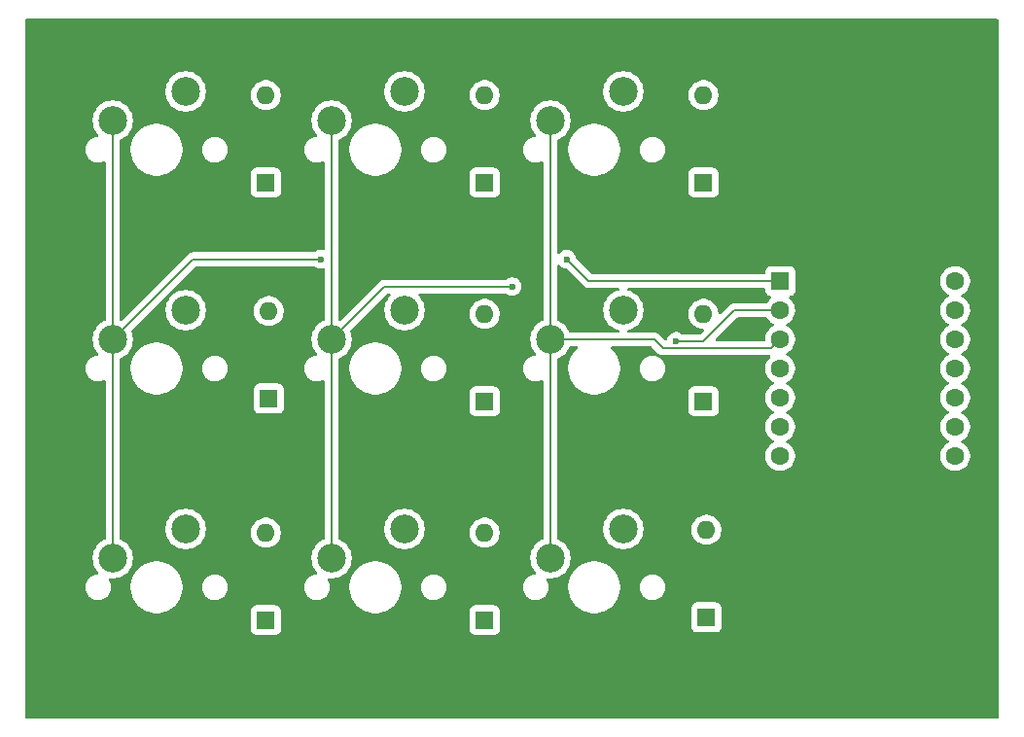
<source format=gbr>
%TF.GenerationSoftware,KiCad,Pcbnew,9.0.7*%
%TF.CreationDate,2026-02-17T22:10:37-08:00*%
%TF.ProjectId,3by3PCB,33627933-5043-4422-9e6b-696361645f70,rev?*%
%TF.SameCoordinates,Original*%
%TF.FileFunction,Copper,L2,Bot*%
%TF.FilePolarity,Positive*%
%FSLAX46Y46*%
G04 Gerber Fmt 4.6, Leading zero omitted, Abs format (unit mm)*
G04 Created by KiCad (PCBNEW 9.0.7) date 2026-02-17 22:10:37*
%MOMM*%
%LPD*%
G01*
G04 APERTURE LIST*
%TA.AperFunction,ComponentPad*%
%ADD10C,2.500000*%
%TD*%
%TA.AperFunction,ComponentPad*%
%ADD11R,1.600000X1.600000*%
%TD*%
%TA.AperFunction,ComponentPad*%
%ADD12O,1.600000X1.600000*%
%TD*%
%TA.AperFunction,ComponentPad*%
%ADD13C,1.600000*%
%TD*%
%TA.AperFunction,ViaPad*%
%ADD14C,0.600000*%
%TD*%
%TA.AperFunction,Conductor*%
%ADD15C,0.200000*%
%TD*%
G04 APERTURE END LIST*
D10*
%TO.P,S5,1,1*%
%TO.N,Column 1*%
X124316250Y-80818750D03*
%TO.P,S5,2,2*%
%TO.N,Net-(D5-A)*%
X130666250Y-78278750D03*
%TD*%
D11*
%TO.P,D6,1,K*%
%TO.N,Row 1*%
X156701250Y-86216250D03*
D12*
%TO.P,D6,2,A*%
%TO.N,Net-(D6-A)*%
X156701250Y-78596250D03*
%TD*%
D10*
%TO.P,S7,1,1*%
%TO.N,Column 0*%
X105266250Y-99868750D03*
%TO.P,S7,2,2*%
%TO.N,Net-(D7-A)*%
X111616250Y-97328750D03*
%TD*%
%TO.P,S6,1,1*%
%TO.N,Column 2*%
X143366250Y-80818750D03*
%TO.P,S6,2,2*%
%TO.N,Net-(D6-A)*%
X149716250Y-78278750D03*
%TD*%
%TO.P,S3,1,1*%
%TO.N,Column 2*%
X143366250Y-61768750D03*
%TO.P,S3,2,2*%
%TO.N,Net-(D3-A)*%
X149716250Y-59228750D03*
%TD*%
%TO.P,S9,1,1*%
%TO.N,Column 2*%
X143366250Y-99868750D03*
%TO.P,S9,2,2*%
%TO.N,Net-(D9-A)*%
X149716250Y-97328750D03*
%TD*%
D11*
%TO.P,D2,1,K*%
%TO.N,Row 0*%
X137651250Y-67166250D03*
D12*
%TO.P,D2,2,A*%
%TO.N,Net-(D2-A)*%
X137651250Y-59546250D03*
%TD*%
D10*
%TO.P,S2,1,1*%
%TO.N,Column 1*%
X124316250Y-61768750D03*
%TO.P,S2,2,2*%
%TO.N,Net-(D2-A)*%
X130666250Y-59228750D03*
%TD*%
D11*
%TO.P,D7,1,K*%
%TO.N,Row 2*%
X118601250Y-105266250D03*
D12*
%TO.P,D7,2,A*%
%TO.N,Net-(D7-A)*%
X118601250Y-97646250D03*
%TD*%
D10*
%TO.P,S1,1,1*%
%TO.N,Column 0*%
X105266250Y-61768750D03*
%TO.P,S1,2,2*%
%TO.N,Net-(D1-A)*%
X111616250Y-59228750D03*
%TD*%
%TO.P,S4,1,1*%
%TO.N,Column 0*%
X105266250Y-80818750D03*
%TO.P,S4,2,2*%
%TO.N,Net-(D4-A)*%
X111616250Y-78278750D03*
%TD*%
D11*
%TO.P,D1,1,K*%
%TO.N,Row 0*%
X118601250Y-67166250D03*
D12*
%TO.P,D1,2,A*%
%TO.N,Net-(D1-A)*%
X118601250Y-59546250D03*
%TD*%
D11*
%TO.P,D3,1,K*%
%TO.N,Row 0*%
X156701250Y-67166250D03*
D12*
%TO.P,D3,2,A*%
%TO.N,Net-(D3-A)*%
X156701250Y-59546250D03*
%TD*%
D11*
%TO.P,D5,1,K*%
%TO.N,Row 1*%
X137651250Y-86216250D03*
D12*
%TO.P,D5,2,A*%
%TO.N,Net-(D5-A)*%
X137651250Y-78596250D03*
%TD*%
D11*
%TO.P,D9,1,K*%
%TO.N,Row 2*%
X156951250Y-105016250D03*
D12*
%TO.P,D9,2,A*%
%TO.N,Net-(D9-A)*%
X156951250Y-97396250D03*
%TD*%
D10*
%TO.P,S8,1,1*%
%TO.N,Column 1*%
X124316250Y-99868750D03*
%TO.P,S8,2,2*%
%TO.N,Net-(D8-A)*%
X130666250Y-97328750D03*
%TD*%
D11*
%TO.P,D4,1,K*%
%TO.N,Row 1*%
X118851250Y-85966250D03*
D12*
%TO.P,D4,2,A*%
%TO.N,Net-(D4-A)*%
X118851250Y-78346250D03*
%TD*%
D11*
%TO.P,D8,1,K*%
%TO.N,Row 2*%
X137651250Y-105266250D03*
D12*
%TO.P,D8,2,A*%
%TO.N,Net-(D8-A)*%
X137651250Y-97646250D03*
%TD*%
D11*
%TO.P,U2,1,PA02_A0_D0*%
%TO.N,Column 0*%
X163368750Y-75738750D03*
D13*
%TO.P,U2,2,PA4_A1_D1*%
%TO.N,Column 1*%
X163368750Y-78278750D03*
%TO.P,U2,3,PA10_A2_D2*%
%TO.N,Column 2*%
X163368750Y-80818750D03*
%TO.P,U2,4,PA11_A3_D3*%
%TO.N,Row 0*%
X163368750Y-83358750D03*
%TO.P,U2,5,PA8_A4_D4_SDA*%
%TO.N,Row 1*%
X163368750Y-85898750D03*
%TO.P,U2,6,PA9_A5_D5_SCL*%
%TO.N,Row 2*%
X163368750Y-88438750D03*
%TO.P,U2,7,PB08_A6_D6_TX*%
%TO.N,unconnected-(U2-PB08_A6_D6_TX-Pad7)*%
X163368750Y-90978750D03*
%TO.P,U2,8,PB09_A7_D7_RX*%
%TO.N,unconnected-(U2-PB09_A7_D7_RX-Pad8)*%
X178608750Y-90978750D03*
%TO.P,U2,9,PA7_A8_D8_SCK*%
%TO.N,unconnected-(U2-PA7_A8_D8_SCK-Pad9)*%
X178608750Y-88438750D03*
%TO.P,U2,10,PA5_A9_D9_MISO*%
%TO.N,unconnected-(U2-PA5_A9_D9_MISO-Pad10)*%
X178608750Y-85898750D03*
%TO.P,U2,11,PA6_A10_D10_MOSI*%
%TO.N,unconnected-(U2-PA6_A10_D10_MOSI-Pad11)*%
X178608750Y-83358750D03*
%TO.P,U2,12,3V3*%
%TO.N,unconnected-(U2-3V3-Pad12)*%
X178608750Y-80818750D03*
%TO.P,U2,13,GND*%
%TO.N,unconnected-(U2-GND-Pad13)*%
X178608750Y-78278750D03*
%TO.P,U2,14,5V*%
%TO.N,unconnected-(U2-5V-Pad14)*%
X178608750Y-75738750D03*
%TD*%
D14*
%TO.N,Column 0*%
X144795000Y-73833750D03*
X123363750Y-73833750D03*
%TO.N,Column 1*%
X140032500Y-76215000D03*
X154320000Y-80977500D03*
%TD*%
D15*
%TO.N,Column 0*%
X146700000Y-75738750D02*
X163368750Y-75738750D01*
X112251250Y-73833750D02*
X123363750Y-73833750D01*
X105266250Y-61768750D02*
X105266250Y-99868750D01*
X105266250Y-80818750D02*
X112251250Y-73833750D01*
X144795000Y-73833750D02*
X146700000Y-75738750D01*
%TO.N,Column 1*%
X124316250Y-80818750D02*
X128920000Y-76215000D01*
X154320000Y-80977500D02*
X156701250Y-80977500D01*
X124316250Y-61768750D02*
X124316250Y-99868750D01*
X159400000Y-78278750D02*
X163368750Y-78278750D01*
X156701250Y-80977500D02*
X159400000Y-78278750D01*
X128920000Y-76215000D02*
X140032500Y-76215000D01*
%TO.N,Column 2*%
X143366250Y-61768750D02*
X143366250Y-99868750D01*
X153164500Y-81578500D02*
X162609000Y-81578500D01*
X152404750Y-80818750D02*
X153164500Y-81578500D01*
X162609000Y-81578500D02*
X163368750Y-80818750D01*
X143366250Y-80818750D02*
X152404750Y-80818750D01*
%TD*%
%TA.AperFunction,NonConductor*%
G36*
X182337539Y-52922685D02*
G01*
X182383294Y-52975489D01*
X182394500Y-53027000D01*
X182394500Y-113690500D01*
X182374815Y-113757539D01*
X182322011Y-113803294D01*
X182270500Y-113814500D01*
X97794500Y-113814500D01*
X97727461Y-113794815D01*
X97681706Y-113742011D01*
X97670500Y-113690500D01*
X97670500Y-64220171D01*
X102870750Y-64220171D01*
X102870750Y-64397328D01*
X102898464Y-64572306D01*
X102953206Y-64740789D01*
X102953207Y-64740792D01*
X103033636Y-64898640D01*
X103137767Y-65041964D01*
X103263036Y-65167233D01*
X103406360Y-65271364D01*
X103474827Y-65306250D01*
X103564207Y-65351792D01*
X103564210Y-65351793D01*
X103648451Y-65379164D01*
X103732695Y-65406536D01*
X103907671Y-65434250D01*
X103907672Y-65434250D01*
X104084828Y-65434250D01*
X104084829Y-65434250D01*
X104259805Y-65406536D01*
X104428292Y-65351792D01*
X104485455Y-65322665D01*
X104554123Y-65309769D01*
X104618863Y-65336044D01*
X104659121Y-65393150D01*
X104665750Y-65433150D01*
X104665750Y-79089903D01*
X104646065Y-79156942D01*
X104593261Y-79202697D01*
X104589213Y-79204459D01*
X104490362Y-79245406D01*
X104490359Y-79245407D01*
X104490351Y-79245411D01*
X104291632Y-79360142D01*
X104109588Y-79499831D01*
X103947331Y-79662088D01*
X103807642Y-79844132D01*
X103692907Y-80042859D01*
X103692900Y-80042873D01*
X103605092Y-80254862D01*
X103545703Y-80476509D01*
X103545701Y-80476520D01*
X103515750Y-80704008D01*
X103515750Y-80933491D01*
X103538759Y-81108250D01*
X103545702Y-81160988D01*
X103587766Y-81317973D01*
X103605092Y-81382637D01*
X103692900Y-81594626D01*
X103692907Y-81594640D01*
X103807642Y-81793367D01*
X103947331Y-81975411D01*
X103947339Y-81975420D01*
X103993488Y-82021569D01*
X104026973Y-82082892D01*
X104021989Y-82152584D01*
X103980117Y-82208517D01*
X103914653Y-82232934D01*
X103909217Y-82233128D01*
X103907673Y-82233249D01*
X103732693Y-82260964D01*
X103564210Y-82315706D01*
X103564207Y-82315707D01*
X103406359Y-82396136D01*
X103324588Y-82455546D01*
X103263036Y-82500267D01*
X103263034Y-82500269D01*
X103263033Y-82500269D01*
X103137769Y-82625533D01*
X103137769Y-82625534D01*
X103137767Y-82625536D01*
X103093046Y-82687088D01*
X103033636Y-82768859D01*
X102953207Y-82926707D01*
X102953206Y-82926710D01*
X102898464Y-83095193D01*
X102880083Y-83211244D01*
X102870750Y-83270171D01*
X102870750Y-83447329D01*
X102880082Y-83506249D01*
X102898464Y-83622306D01*
X102953206Y-83790789D01*
X102953207Y-83790792D01*
X103033636Y-83948640D01*
X103137767Y-84091964D01*
X103263036Y-84217233D01*
X103406360Y-84321364D01*
X103463966Y-84350716D01*
X103564207Y-84401792D01*
X103564210Y-84401793D01*
X103648451Y-84429164D01*
X103732695Y-84456536D01*
X103907671Y-84484250D01*
X103907672Y-84484250D01*
X104084828Y-84484250D01*
X104084829Y-84484250D01*
X104259805Y-84456536D01*
X104428292Y-84401792D01*
X104485455Y-84372665D01*
X104554123Y-84359769D01*
X104618863Y-84386044D01*
X104659121Y-84443150D01*
X104665750Y-84483150D01*
X104665750Y-98139903D01*
X104646065Y-98206942D01*
X104593261Y-98252697D01*
X104589213Y-98254459D01*
X104490362Y-98295406D01*
X104490359Y-98295407D01*
X104490351Y-98295411D01*
X104291632Y-98410142D01*
X104109588Y-98549831D01*
X103947331Y-98712088D01*
X103807642Y-98894132D01*
X103692907Y-99092859D01*
X103692900Y-99092873D01*
X103605092Y-99304862D01*
X103545703Y-99526509D01*
X103545701Y-99526520D01*
X103515750Y-99754008D01*
X103515750Y-99983491D01*
X103538759Y-100158250D01*
X103545702Y-100210988D01*
X103592597Y-100386004D01*
X103605092Y-100432637D01*
X103692900Y-100644626D01*
X103692907Y-100644640D01*
X103807642Y-100843367D01*
X103947331Y-101025411D01*
X103947339Y-101025420D01*
X103993488Y-101071569D01*
X104026973Y-101132892D01*
X104021989Y-101202584D01*
X103980117Y-101258517D01*
X103914653Y-101282934D01*
X103909217Y-101283128D01*
X103907673Y-101283249D01*
X103732693Y-101310964D01*
X103564210Y-101365706D01*
X103564207Y-101365707D01*
X103406359Y-101446136D01*
X103324588Y-101505546D01*
X103263036Y-101550267D01*
X103263034Y-101550269D01*
X103263033Y-101550269D01*
X103137769Y-101675533D01*
X103137769Y-101675534D01*
X103137767Y-101675536D01*
X103093046Y-101737088D01*
X103033636Y-101818859D01*
X102953207Y-101976707D01*
X102953206Y-101976710D01*
X102898464Y-102145193D01*
X102870750Y-102320171D01*
X102870750Y-102497328D01*
X102898464Y-102672306D01*
X102953206Y-102840789D01*
X102953207Y-102840792D01*
X103033636Y-102998640D01*
X103137767Y-103141964D01*
X103263036Y-103267233D01*
X103406360Y-103371364D01*
X103474827Y-103406250D01*
X103564207Y-103451792D01*
X103564210Y-103451793D01*
X103648451Y-103479164D01*
X103732695Y-103506536D01*
X103907671Y-103534250D01*
X103907672Y-103534250D01*
X104084828Y-103534250D01*
X104084829Y-103534250D01*
X104259805Y-103506536D01*
X104428292Y-103451792D01*
X104586140Y-103371364D01*
X104729464Y-103267233D01*
X104854733Y-103141964D01*
X104958864Y-102998640D01*
X105039292Y-102840792D01*
X105094036Y-102672305D01*
X105121750Y-102497329D01*
X105121750Y-102320171D01*
X105112415Y-102261236D01*
X106825750Y-102261236D01*
X106825750Y-102556263D01*
X106841028Y-102672305D01*
X106864257Y-102848743D01*
X106940611Y-103133701D01*
X106940614Y-103133711D01*
X107053504Y-103406250D01*
X107053508Y-103406260D01*
X107201011Y-103661743D01*
X107380602Y-103895790D01*
X107380608Y-103895797D01*
X107589202Y-104104391D01*
X107589209Y-104104397D01*
X107823256Y-104283988D01*
X108078739Y-104431491D01*
X108078740Y-104431491D01*
X108078743Y-104431493D01*
X108351298Y-104544389D01*
X108636257Y-104620743D01*
X108928744Y-104659250D01*
X108928751Y-104659250D01*
X109223749Y-104659250D01*
X109223756Y-104659250D01*
X109516243Y-104620743D01*
X109801202Y-104544389D01*
X110073757Y-104431493D01*
X110096461Y-104418385D01*
X117300750Y-104418385D01*
X117300750Y-106114120D01*
X117300751Y-106114126D01*
X117307158Y-106173733D01*
X117357452Y-106308578D01*
X117357456Y-106308585D01*
X117443702Y-106423794D01*
X117443705Y-106423797D01*
X117558914Y-106510043D01*
X117558921Y-106510047D01*
X117693767Y-106560341D01*
X117693766Y-106560341D01*
X117700694Y-106561085D01*
X117753377Y-106566750D01*
X119449122Y-106566749D01*
X119508733Y-106560341D01*
X119643581Y-106510046D01*
X119758796Y-106423796D01*
X119845046Y-106308581D01*
X119895341Y-106173733D01*
X119901750Y-106114123D01*
X119901749Y-104418378D01*
X119895341Y-104358767D01*
X119867450Y-104283988D01*
X119845047Y-104223921D01*
X119845043Y-104223914D01*
X119758797Y-104108705D01*
X119758794Y-104108702D01*
X119643585Y-104022456D01*
X119643578Y-104022452D01*
X119508732Y-103972158D01*
X119508733Y-103972158D01*
X119449133Y-103965751D01*
X119449131Y-103965750D01*
X119449123Y-103965750D01*
X119449114Y-103965750D01*
X117753379Y-103965750D01*
X117753373Y-103965751D01*
X117693766Y-103972158D01*
X117558921Y-104022452D01*
X117558914Y-104022456D01*
X117443705Y-104108702D01*
X117443702Y-104108705D01*
X117357456Y-104223914D01*
X117357452Y-104223921D01*
X117307158Y-104358767D01*
X117300751Y-104418366D01*
X117300751Y-104418373D01*
X117300750Y-104418385D01*
X110096461Y-104418385D01*
X110199723Y-104358767D01*
X110288228Y-104307669D01*
X110306841Y-104296921D01*
X110329244Y-104283988D01*
X110563292Y-104104396D01*
X110771896Y-103895792D01*
X110951488Y-103661744D01*
X111098993Y-103406257D01*
X111211889Y-103133702D01*
X111288243Y-102848743D01*
X111326750Y-102556256D01*
X111326750Y-102320171D01*
X113030750Y-102320171D01*
X113030750Y-102497328D01*
X113058464Y-102672306D01*
X113113206Y-102840789D01*
X113113207Y-102840792D01*
X113193636Y-102998640D01*
X113297767Y-103141964D01*
X113423036Y-103267233D01*
X113566360Y-103371364D01*
X113634827Y-103406250D01*
X113724207Y-103451792D01*
X113724210Y-103451793D01*
X113808451Y-103479164D01*
X113892695Y-103506536D01*
X114067671Y-103534250D01*
X114067672Y-103534250D01*
X114244828Y-103534250D01*
X114244829Y-103534250D01*
X114419805Y-103506536D01*
X114588292Y-103451792D01*
X114746140Y-103371364D01*
X114889464Y-103267233D01*
X115014733Y-103141964D01*
X115118864Y-102998640D01*
X115199292Y-102840792D01*
X115254036Y-102672305D01*
X115281750Y-102497329D01*
X115281750Y-102320171D01*
X115254036Y-102145195D01*
X115199292Y-101976708D01*
X115199292Y-101976707D01*
X115118863Y-101818859D01*
X115107768Y-101803588D01*
X115014733Y-101675536D01*
X114889464Y-101550267D01*
X114746140Y-101446136D01*
X114738203Y-101442092D01*
X114588292Y-101365707D01*
X114588289Y-101365706D01*
X114419806Y-101310964D01*
X114332317Y-101297107D01*
X114244829Y-101283250D01*
X114067671Y-101283250D01*
X114009345Y-101292488D01*
X113892693Y-101310964D01*
X113724210Y-101365706D01*
X113724207Y-101365707D01*
X113566359Y-101446136D01*
X113484588Y-101505546D01*
X113423036Y-101550267D01*
X113423034Y-101550269D01*
X113423033Y-101550269D01*
X113297769Y-101675533D01*
X113297769Y-101675534D01*
X113297767Y-101675536D01*
X113253046Y-101737088D01*
X113193636Y-101818859D01*
X113113207Y-101976707D01*
X113113206Y-101976710D01*
X113058464Y-102145193D01*
X113030750Y-102320171D01*
X111326750Y-102320171D01*
X111326750Y-102261244D01*
X111288243Y-101968757D01*
X111211889Y-101683798D01*
X111098993Y-101411243D01*
X111072703Y-101365708D01*
X110951488Y-101155756D01*
X110771897Y-100921709D01*
X110771891Y-100921702D01*
X110563297Y-100713108D01*
X110563290Y-100713102D01*
X110329243Y-100533511D01*
X110073760Y-100386008D01*
X110073750Y-100386004D01*
X109801211Y-100273114D01*
X109801204Y-100273112D01*
X109801202Y-100273111D01*
X109516243Y-100196757D01*
X109467363Y-100190321D01*
X109223763Y-100158250D01*
X109223756Y-100158250D01*
X108928744Y-100158250D01*
X108928736Y-100158250D01*
X108650335Y-100194903D01*
X108636257Y-100196757D01*
X108351298Y-100273111D01*
X108351288Y-100273114D01*
X108078749Y-100386004D01*
X108078739Y-100386008D01*
X107823256Y-100533511D01*
X107589209Y-100713102D01*
X107589202Y-100713108D01*
X107380608Y-100921702D01*
X107380602Y-100921709D01*
X107201011Y-101155756D01*
X107053508Y-101411239D01*
X107053504Y-101411249D01*
X106940614Y-101683788D01*
X106940611Y-101683798D01*
X106904422Y-101818860D01*
X106864258Y-101968754D01*
X106864256Y-101968765D01*
X106825750Y-102261236D01*
X105112415Y-102261236D01*
X105094036Y-102145195D01*
X105039292Y-101976708D01*
X105039292Y-101976707D01*
X104958863Y-101818859D01*
X104947768Y-101803588D01*
X104924288Y-101737782D01*
X104940113Y-101669728D01*
X104990218Y-101621033D01*
X105058696Y-101607157D01*
X105064227Y-101607758D01*
X105151516Y-101619250D01*
X105151523Y-101619250D01*
X105380977Y-101619250D01*
X105380984Y-101619250D01*
X105608488Y-101589298D01*
X105830137Y-101529908D01*
X106042138Y-101442094D01*
X106240862Y-101327361D01*
X106422911Y-101187669D01*
X106422915Y-101187664D01*
X106422920Y-101187661D01*
X106585161Y-101025420D01*
X106585164Y-101025415D01*
X106585169Y-101025411D01*
X106724861Y-100843362D01*
X106839594Y-100644638D01*
X106927408Y-100432637D01*
X106986798Y-100210988D01*
X107016750Y-99983484D01*
X107016750Y-99754016D01*
X106986798Y-99526512D01*
X106927408Y-99304863D01*
X106839594Y-99092862D01*
X106724861Y-98894138D01*
X106724858Y-98894135D01*
X106724857Y-98894132D01*
X106585168Y-98712088D01*
X106585161Y-98712080D01*
X106422920Y-98549839D01*
X106422911Y-98549831D01*
X106240867Y-98410142D01*
X106042148Y-98295411D01*
X106042143Y-98295409D01*
X106042138Y-98295406D01*
X105943295Y-98254463D01*
X105888893Y-98210622D01*
X105866829Y-98144327D01*
X105866750Y-98139903D01*
X105866750Y-97214008D01*
X109865750Y-97214008D01*
X109865750Y-97443491D01*
X109878970Y-97543898D01*
X109895702Y-97670988D01*
X109955092Y-97892637D01*
X110042900Y-98104626D01*
X110042907Y-98104640D01*
X110157642Y-98303367D01*
X110297331Y-98485411D01*
X110297339Y-98485420D01*
X110459580Y-98647661D01*
X110459588Y-98647668D01*
X110641632Y-98787357D01*
X110641635Y-98787358D01*
X110641638Y-98787361D01*
X110840362Y-98902094D01*
X110840367Y-98902096D01*
X110840373Y-98902099D01*
X110931730Y-98939940D01*
X111052363Y-98989908D01*
X111274012Y-99049298D01*
X111501516Y-99079250D01*
X111501523Y-99079250D01*
X111730977Y-99079250D01*
X111730984Y-99079250D01*
X111958488Y-99049298D01*
X112180137Y-98989908D01*
X112392138Y-98902094D01*
X112590862Y-98787361D01*
X112772911Y-98647669D01*
X112772915Y-98647664D01*
X112772920Y-98647661D01*
X112935161Y-98485420D01*
X112935164Y-98485415D01*
X112935169Y-98485411D01*
X113074861Y-98303362D01*
X113189594Y-98104638D01*
X113277408Y-97892637D01*
X113336798Y-97670988D01*
X113353530Y-97543898D01*
X117300750Y-97543898D01*
X117300750Y-97748601D01*
X117332772Y-97950784D01*
X117396031Y-98145473D01*
X117450665Y-98252697D01*
X117472429Y-98295411D01*
X117488965Y-98327863D01*
X117609278Y-98493463D01*
X117754036Y-98638221D01*
X117855709Y-98712089D01*
X117919640Y-98758537D01*
X118035857Y-98817753D01*
X118102026Y-98851468D01*
X118102028Y-98851468D01*
X118102031Y-98851470D01*
X118206387Y-98885377D01*
X118296715Y-98914727D01*
X118397807Y-98930738D01*
X118498898Y-98946750D01*
X118498899Y-98946750D01*
X118703601Y-98946750D01*
X118703602Y-98946750D01*
X118905784Y-98914727D01*
X119100469Y-98851470D01*
X119282860Y-98758537D01*
X119375840Y-98690982D01*
X119448463Y-98638221D01*
X119448465Y-98638218D01*
X119448469Y-98638216D01*
X119593216Y-98493469D01*
X119593218Y-98493465D01*
X119593221Y-98493463D01*
X119653758Y-98410139D01*
X119713537Y-98327860D01*
X119806470Y-98145469D01*
X119869727Y-97950784D01*
X119901750Y-97748602D01*
X119901750Y-97543898D01*
X119869727Y-97341716D01*
X119806470Y-97147031D01*
X119806468Y-97147028D01*
X119806468Y-97147026D01*
X119724681Y-96986512D01*
X119713537Y-96964640D01*
X119664413Y-96897026D01*
X119593221Y-96799036D01*
X119448463Y-96654278D01*
X119282863Y-96533965D01*
X119282862Y-96533964D01*
X119282860Y-96533963D01*
X119225903Y-96504941D01*
X119100473Y-96441031D01*
X118905784Y-96377772D01*
X118731245Y-96350128D01*
X118703602Y-96345750D01*
X118498898Y-96345750D01*
X118474579Y-96349601D01*
X118296715Y-96377772D01*
X118102026Y-96441031D01*
X117919636Y-96533965D01*
X117754036Y-96654278D01*
X117609278Y-96799036D01*
X117488965Y-96964636D01*
X117396031Y-97147026D01*
X117332772Y-97341715D01*
X117300750Y-97543898D01*
X113353530Y-97543898D01*
X113366750Y-97443484D01*
X113366750Y-97214016D01*
X113336798Y-96986512D01*
X113277408Y-96764863D01*
X113189594Y-96552862D01*
X113074861Y-96354138D01*
X113074858Y-96354135D01*
X113074857Y-96354132D01*
X112935168Y-96172088D01*
X112935161Y-96172080D01*
X112772920Y-96009839D01*
X112772911Y-96009831D01*
X112590867Y-95870142D01*
X112392140Y-95755407D01*
X112392126Y-95755400D01*
X112180137Y-95667592D01*
X111958488Y-95608202D01*
X111920465Y-95603196D01*
X111730991Y-95578250D01*
X111730984Y-95578250D01*
X111501516Y-95578250D01*
X111501508Y-95578250D01*
X111284965Y-95606759D01*
X111274012Y-95608202D01*
X111180326Y-95633304D01*
X111052362Y-95667592D01*
X110840373Y-95755400D01*
X110840359Y-95755407D01*
X110641632Y-95870142D01*
X110459588Y-96009831D01*
X110297331Y-96172088D01*
X110157642Y-96354132D01*
X110042907Y-96552859D01*
X110042900Y-96552873D01*
X109955092Y-96764862D01*
X109895703Y-96986509D01*
X109895701Y-96986520D01*
X109865750Y-97214008D01*
X105866750Y-97214008D01*
X105866750Y-83211236D01*
X106825750Y-83211236D01*
X106825750Y-83506263D01*
X106841028Y-83622305D01*
X106864257Y-83798743D01*
X106940611Y-84083701D01*
X106940614Y-84083711D01*
X107053504Y-84356250D01*
X107053508Y-84356260D01*
X107201011Y-84611743D01*
X107380602Y-84845790D01*
X107380608Y-84845797D01*
X107589202Y-85054391D01*
X107589209Y-85054397D01*
X107823256Y-85233988D01*
X108078739Y-85381491D01*
X108078740Y-85381491D01*
X108078743Y-85381493D01*
X108351298Y-85494389D01*
X108636257Y-85570743D01*
X108928744Y-85609250D01*
X108928751Y-85609250D01*
X109223749Y-85609250D01*
X109223756Y-85609250D01*
X109516243Y-85570743D01*
X109801202Y-85494389D01*
X110073757Y-85381493D01*
X110329244Y-85233988D01*
X110479900Y-85118385D01*
X117550750Y-85118385D01*
X117550750Y-86814120D01*
X117550751Y-86814126D01*
X117557158Y-86873733D01*
X117607452Y-87008578D01*
X117607456Y-87008585D01*
X117693702Y-87123794D01*
X117693705Y-87123797D01*
X117808914Y-87210043D01*
X117808921Y-87210047D01*
X117943767Y-87260341D01*
X117943766Y-87260341D01*
X117950694Y-87261085D01*
X118003377Y-87266750D01*
X119699122Y-87266749D01*
X119758733Y-87260341D01*
X119893581Y-87210046D01*
X120008796Y-87123796D01*
X120095046Y-87008581D01*
X120145341Y-86873733D01*
X120151750Y-86814123D01*
X120151749Y-85118378D01*
X120145341Y-85058767D01*
X120142642Y-85051531D01*
X120095047Y-84923921D01*
X120095043Y-84923914D01*
X120008797Y-84808705D01*
X120008794Y-84808702D01*
X119893585Y-84722456D01*
X119893578Y-84722452D01*
X119758732Y-84672158D01*
X119758733Y-84672158D01*
X119699133Y-84665751D01*
X119699131Y-84665750D01*
X119699123Y-84665750D01*
X119699114Y-84665750D01*
X118003379Y-84665750D01*
X118003373Y-84665751D01*
X117943766Y-84672158D01*
X117808921Y-84722452D01*
X117808914Y-84722456D01*
X117693705Y-84808702D01*
X117693702Y-84808705D01*
X117607456Y-84923914D01*
X117607452Y-84923921D01*
X117557158Y-85058767D01*
X117550751Y-85118366D01*
X117550751Y-85118373D01*
X117550750Y-85118385D01*
X110479900Y-85118385D01*
X110563292Y-85054396D01*
X110566157Y-85051531D01*
X110590314Y-85027375D01*
X110771891Y-84845797D01*
X110771896Y-84845792D01*
X110951488Y-84611744D01*
X111098993Y-84356257D01*
X111211889Y-84083702D01*
X111288243Y-83798743D01*
X111326750Y-83506256D01*
X111326750Y-83270171D01*
X113030750Y-83270171D01*
X113030750Y-83447329D01*
X113040082Y-83506249D01*
X113058464Y-83622306D01*
X113113206Y-83790789D01*
X113113207Y-83790792D01*
X113193636Y-83948640D01*
X113297767Y-84091964D01*
X113423036Y-84217233D01*
X113566360Y-84321364D01*
X113623966Y-84350716D01*
X113724207Y-84401792D01*
X113724210Y-84401793D01*
X113808451Y-84429164D01*
X113892695Y-84456536D01*
X114067671Y-84484250D01*
X114067672Y-84484250D01*
X114244828Y-84484250D01*
X114244829Y-84484250D01*
X114419805Y-84456536D01*
X114588292Y-84401792D01*
X114746140Y-84321364D01*
X114889464Y-84217233D01*
X115014733Y-84091964D01*
X115118864Y-83948640D01*
X115199292Y-83790792D01*
X115254036Y-83622305D01*
X115281750Y-83447329D01*
X115281750Y-83270171D01*
X115254036Y-83095195D01*
X115199292Y-82926708D01*
X115199292Y-82926707D01*
X115118863Y-82768859D01*
X115014733Y-82625536D01*
X114889464Y-82500267D01*
X114746140Y-82396136D01*
X114735434Y-82390681D01*
X114588292Y-82315707D01*
X114588289Y-82315706D01*
X114419806Y-82260964D01*
X114328251Y-82246463D01*
X114244829Y-82233250D01*
X114067671Y-82233250D01*
X114009345Y-82242488D01*
X113892693Y-82260964D01*
X113724210Y-82315706D01*
X113724207Y-82315707D01*
X113566359Y-82396136D01*
X113484588Y-82455546D01*
X113423036Y-82500267D01*
X113423034Y-82500269D01*
X113423033Y-82500269D01*
X113297769Y-82625533D01*
X113297769Y-82625534D01*
X113297767Y-82625536D01*
X113253046Y-82687088D01*
X113193636Y-82768859D01*
X113113207Y-82926707D01*
X113113206Y-82926710D01*
X113058464Y-83095193D01*
X113040083Y-83211244D01*
X113030750Y-83270171D01*
X111326750Y-83270171D01*
X111326750Y-83211244D01*
X111288243Y-82918757D01*
X111211889Y-82633798D01*
X111098993Y-82361243D01*
X111072703Y-82315708D01*
X110951488Y-82105756D01*
X110771897Y-81871709D01*
X110771891Y-81871702D01*
X110563297Y-81663108D01*
X110563290Y-81663102D01*
X110329243Y-81483511D01*
X110073760Y-81336008D01*
X110073750Y-81336004D01*
X109801211Y-81223114D01*
X109801204Y-81223112D01*
X109801202Y-81223111D01*
X109516243Y-81146757D01*
X109467363Y-81140321D01*
X109223763Y-81108250D01*
X109223756Y-81108250D01*
X108928744Y-81108250D01*
X108928736Y-81108250D01*
X108650335Y-81144903D01*
X108636257Y-81146757D01*
X108351298Y-81223111D01*
X108351288Y-81223114D01*
X108078749Y-81336004D01*
X108078739Y-81336008D01*
X107823256Y-81483511D01*
X107589209Y-81663102D01*
X107589202Y-81663108D01*
X107380608Y-81871702D01*
X107380602Y-81871709D01*
X107201011Y-82105756D01*
X107053508Y-82361239D01*
X107053504Y-82361249D01*
X106940614Y-82633788D01*
X106940611Y-82633798D01*
X106880127Y-82859531D01*
X106864258Y-82918754D01*
X106864256Y-82918765D01*
X106825750Y-83211236D01*
X105866750Y-83211236D01*
X105866750Y-82547596D01*
X105886435Y-82480557D01*
X105939239Y-82434802D01*
X105943298Y-82433035D01*
X106042126Y-82392099D01*
X106042126Y-82392098D01*
X106042138Y-82392094D01*
X106240862Y-82277361D01*
X106422911Y-82137669D01*
X106422915Y-82137664D01*
X106422920Y-82137661D01*
X106585161Y-81975420D01*
X106585164Y-81975415D01*
X106585169Y-81975411D01*
X106724861Y-81793362D01*
X106839594Y-81594638D01*
X106927408Y-81382637D01*
X106986798Y-81160988D01*
X107016750Y-80933484D01*
X107016750Y-80704016D01*
X106986798Y-80476512D01*
X106927408Y-80254863D01*
X106886466Y-80156021D01*
X106878997Y-80086551D01*
X106910272Y-80024072D01*
X106913317Y-80020916D01*
X108770226Y-78164008D01*
X109865750Y-78164008D01*
X109865750Y-78393491D01*
X109884677Y-78537248D01*
X109895702Y-78620988D01*
X109937766Y-78777973D01*
X109955092Y-78842637D01*
X110042900Y-79054626D01*
X110042907Y-79054640D01*
X110157642Y-79253367D01*
X110297331Y-79435411D01*
X110297339Y-79435420D01*
X110459580Y-79597661D01*
X110459588Y-79597668D01*
X110459589Y-79597669D01*
X110481819Y-79614727D01*
X110641632Y-79737357D01*
X110641635Y-79737358D01*
X110641638Y-79737361D01*
X110840362Y-79852094D01*
X110840367Y-79852096D01*
X110840373Y-79852099D01*
X110889486Y-79872442D01*
X111052363Y-79939908D01*
X111274012Y-79999298D01*
X111501516Y-80029250D01*
X111501523Y-80029250D01*
X111730977Y-80029250D01*
X111730984Y-80029250D01*
X111958488Y-79999298D01*
X112180137Y-79939908D01*
X112392138Y-79852094D01*
X112590862Y-79737361D01*
X112772911Y-79597669D01*
X112772915Y-79597664D01*
X112772920Y-79597661D01*
X112935161Y-79435420D01*
X112935164Y-79435415D01*
X112935169Y-79435411D01*
X113074861Y-79253362D01*
X113189594Y-79054638D01*
X113277408Y-78842637D01*
X113336798Y-78620988D01*
X113366750Y-78393484D01*
X113366750Y-78243898D01*
X117550750Y-78243898D01*
X117550750Y-78448601D01*
X117582772Y-78650784D01*
X117646031Y-78845473D01*
X117738965Y-79027863D01*
X117859278Y-79193463D01*
X118004036Y-79338221D01*
X118158999Y-79450806D01*
X118169640Y-79458537D01*
X118250684Y-79499831D01*
X118352026Y-79551468D01*
X118352028Y-79551468D01*
X118352031Y-79551470D01*
X118456387Y-79585377D01*
X118546715Y-79614727D01*
X118581245Y-79620196D01*
X118748898Y-79646750D01*
X118748899Y-79646750D01*
X118953601Y-79646750D01*
X118953602Y-79646750D01*
X119155784Y-79614727D01*
X119350469Y-79551470D01*
X119532860Y-79458537D01*
X119625840Y-79390982D01*
X119698463Y-79338221D01*
X119698465Y-79338218D01*
X119698469Y-79338216D01*
X119843216Y-79193469D01*
X119843218Y-79193465D01*
X119843221Y-79193463D01*
X119895982Y-79120840D01*
X119963537Y-79027860D01*
X120056470Y-78845469D01*
X120119727Y-78650784D01*
X120151750Y-78448602D01*
X120151750Y-78243898D01*
X120139098Y-78164016D01*
X120119727Y-78041715D01*
X120078436Y-77914636D01*
X120056470Y-77847031D01*
X120056468Y-77847028D01*
X120056468Y-77847026D01*
X119997021Y-77730356D01*
X119963537Y-77664640D01*
X119924235Y-77610545D01*
X119843221Y-77499036D01*
X119698463Y-77354278D01*
X119532863Y-77233965D01*
X119532862Y-77233964D01*
X119532860Y-77233963D01*
X119475903Y-77204941D01*
X119350473Y-77141031D01*
X119155784Y-77077772D01*
X118981245Y-77050128D01*
X118953602Y-77045750D01*
X118748898Y-77045750D01*
X118724579Y-77049601D01*
X118546715Y-77077772D01*
X118352026Y-77141031D01*
X118169636Y-77233965D01*
X118004036Y-77354278D01*
X117859278Y-77499036D01*
X117738965Y-77664636D01*
X117646031Y-77847026D01*
X117582772Y-78041715D01*
X117550750Y-78243898D01*
X113366750Y-78243898D01*
X113366750Y-78164016D01*
X113336798Y-77936512D01*
X113277408Y-77714863D01*
X113189594Y-77502862D01*
X113074861Y-77304138D01*
X113074858Y-77304135D01*
X113074857Y-77304132D01*
X112935168Y-77122088D01*
X112935161Y-77122080D01*
X112772920Y-76959839D01*
X112772911Y-76959831D01*
X112590867Y-76820142D01*
X112587735Y-76818334D01*
X112435985Y-76730721D01*
X112392140Y-76705407D01*
X112392126Y-76705400D01*
X112180137Y-76617592D01*
X111958488Y-76558202D01*
X111920465Y-76553196D01*
X111730991Y-76528250D01*
X111730984Y-76528250D01*
X111501516Y-76528250D01*
X111501508Y-76528250D01*
X111284965Y-76556759D01*
X111274012Y-76558202D01*
X111184348Y-76582227D01*
X111052362Y-76617592D01*
X110840373Y-76705400D01*
X110840359Y-76705407D01*
X110641632Y-76820142D01*
X110459588Y-76959831D01*
X110297331Y-77122088D01*
X110157642Y-77304132D01*
X110042907Y-77502859D01*
X110042900Y-77502873D01*
X109955092Y-77714862D01*
X109895703Y-77936509D01*
X109895701Y-77936520D01*
X109865750Y-78164008D01*
X108770226Y-78164008D01*
X112463667Y-74470569D01*
X112524990Y-74437084D01*
X112551348Y-74434250D01*
X122783984Y-74434250D01*
X122851023Y-74453935D01*
X122852875Y-74455148D01*
X122984564Y-74543140D01*
X122984577Y-74543147D01*
X123076459Y-74581205D01*
X123130253Y-74603487D01*
X123284903Y-74634249D01*
X123284906Y-74634250D01*
X123284908Y-74634250D01*
X123442593Y-74634250D01*
X123475820Y-74627640D01*
X123567559Y-74609392D01*
X123637149Y-74615619D01*
X123692327Y-74658481D01*
X123715572Y-74724371D01*
X123715750Y-74731009D01*
X123715750Y-79089903D01*
X123696065Y-79156942D01*
X123643261Y-79202697D01*
X123639213Y-79204459D01*
X123540362Y-79245406D01*
X123540359Y-79245407D01*
X123540351Y-79245411D01*
X123341632Y-79360142D01*
X123159588Y-79499831D01*
X122997331Y-79662088D01*
X122857642Y-79844132D01*
X122742907Y-80042859D01*
X122742900Y-80042873D01*
X122655092Y-80254862D01*
X122595703Y-80476509D01*
X122595701Y-80476520D01*
X122565750Y-80704008D01*
X122565750Y-80933491D01*
X122588759Y-81108250D01*
X122595702Y-81160988D01*
X122637766Y-81317973D01*
X122655092Y-81382637D01*
X122742900Y-81594626D01*
X122742907Y-81594640D01*
X122857642Y-81793367D01*
X122997331Y-81975411D01*
X122997339Y-81975420D01*
X123043488Y-82021569D01*
X123076973Y-82082892D01*
X123071989Y-82152584D01*
X123030117Y-82208517D01*
X122964653Y-82232934D01*
X122959217Y-82233128D01*
X122957673Y-82233249D01*
X122782693Y-82260964D01*
X122614210Y-82315706D01*
X122614207Y-82315707D01*
X122456359Y-82396136D01*
X122374588Y-82455546D01*
X122313036Y-82500267D01*
X122313034Y-82500269D01*
X122313033Y-82500269D01*
X122187769Y-82625533D01*
X122187769Y-82625534D01*
X122187767Y-82625536D01*
X122143046Y-82687088D01*
X122083636Y-82768859D01*
X122003207Y-82926707D01*
X122003206Y-82926710D01*
X121948464Y-83095193D01*
X121930083Y-83211244D01*
X121920750Y-83270171D01*
X121920750Y-83447329D01*
X121930082Y-83506249D01*
X121948464Y-83622306D01*
X122003206Y-83790789D01*
X122003207Y-83790792D01*
X122083636Y-83948640D01*
X122187767Y-84091964D01*
X122313036Y-84217233D01*
X122456360Y-84321364D01*
X122513966Y-84350716D01*
X122614207Y-84401792D01*
X122614210Y-84401793D01*
X122698451Y-84429164D01*
X122782695Y-84456536D01*
X122957671Y-84484250D01*
X122957672Y-84484250D01*
X123134828Y-84484250D01*
X123134829Y-84484250D01*
X123309805Y-84456536D01*
X123478292Y-84401792D01*
X123535455Y-84372665D01*
X123604123Y-84359769D01*
X123668863Y-84386044D01*
X123709121Y-84443150D01*
X123715750Y-84483150D01*
X123715750Y-98139903D01*
X123696065Y-98206942D01*
X123643261Y-98252697D01*
X123639213Y-98254459D01*
X123540362Y-98295406D01*
X123540359Y-98295407D01*
X123540351Y-98295411D01*
X123341632Y-98410142D01*
X123159588Y-98549831D01*
X122997331Y-98712088D01*
X122857642Y-98894132D01*
X122742907Y-99092859D01*
X122742900Y-99092873D01*
X122655092Y-99304862D01*
X122595703Y-99526509D01*
X122595701Y-99526520D01*
X122565750Y-99754008D01*
X122565750Y-99983491D01*
X122588759Y-100158250D01*
X122595702Y-100210988D01*
X122642597Y-100386004D01*
X122655092Y-100432637D01*
X122742900Y-100644626D01*
X122742907Y-100644640D01*
X122857642Y-100843367D01*
X122997331Y-101025411D01*
X122997339Y-101025420D01*
X123043488Y-101071569D01*
X123076973Y-101132892D01*
X123071989Y-101202584D01*
X123030117Y-101258517D01*
X122964653Y-101282934D01*
X122959217Y-101283128D01*
X122957673Y-101283249D01*
X122782693Y-101310964D01*
X122614210Y-101365706D01*
X122614207Y-101365707D01*
X122456359Y-101446136D01*
X122374588Y-101505546D01*
X122313036Y-101550267D01*
X122313034Y-101550269D01*
X122313033Y-101550269D01*
X122187769Y-101675533D01*
X122187769Y-101675534D01*
X122187767Y-101675536D01*
X122143046Y-101737088D01*
X122083636Y-101818859D01*
X122003207Y-101976707D01*
X122003206Y-101976710D01*
X121948464Y-102145193D01*
X121920750Y-102320171D01*
X121920750Y-102497328D01*
X121948464Y-102672306D01*
X122003206Y-102840789D01*
X122003207Y-102840792D01*
X122083636Y-102998640D01*
X122187767Y-103141964D01*
X122313036Y-103267233D01*
X122456360Y-103371364D01*
X122524827Y-103406250D01*
X122614207Y-103451792D01*
X122614210Y-103451793D01*
X122698451Y-103479164D01*
X122782695Y-103506536D01*
X122957671Y-103534250D01*
X122957672Y-103534250D01*
X123134828Y-103534250D01*
X123134829Y-103534250D01*
X123309805Y-103506536D01*
X123478292Y-103451792D01*
X123636140Y-103371364D01*
X123779464Y-103267233D01*
X123904733Y-103141964D01*
X124008864Y-102998640D01*
X124089292Y-102840792D01*
X124144036Y-102672305D01*
X124171750Y-102497329D01*
X124171750Y-102320171D01*
X124162415Y-102261236D01*
X125875750Y-102261236D01*
X125875750Y-102556263D01*
X125891028Y-102672305D01*
X125914257Y-102848743D01*
X125990611Y-103133701D01*
X125990614Y-103133711D01*
X126103504Y-103406250D01*
X126103508Y-103406260D01*
X126251011Y-103661743D01*
X126430602Y-103895790D01*
X126430608Y-103895797D01*
X126639202Y-104104391D01*
X126639209Y-104104397D01*
X126873256Y-104283988D01*
X127128739Y-104431491D01*
X127128740Y-104431491D01*
X127128743Y-104431493D01*
X127401298Y-104544389D01*
X127686257Y-104620743D01*
X127978744Y-104659250D01*
X127978751Y-104659250D01*
X128273749Y-104659250D01*
X128273756Y-104659250D01*
X128566243Y-104620743D01*
X128851202Y-104544389D01*
X129123757Y-104431493D01*
X129146461Y-104418385D01*
X136350750Y-104418385D01*
X136350750Y-106114120D01*
X136350751Y-106114126D01*
X136357158Y-106173733D01*
X136407452Y-106308578D01*
X136407456Y-106308585D01*
X136493702Y-106423794D01*
X136493705Y-106423797D01*
X136608914Y-106510043D01*
X136608921Y-106510047D01*
X136743767Y-106560341D01*
X136743766Y-106560341D01*
X136750694Y-106561085D01*
X136803377Y-106566750D01*
X138499122Y-106566749D01*
X138558733Y-106560341D01*
X138693581Y-106510046D01*
X138808796Y-106423796D01*
X138895046Y-106308581D01*
X138945341Y-106173733D01*
X138951750Y-106114123D01*
X138951749Y-104418378D01*
X138945341Y-104358767D01*
X138917450Y-104283988D01*
X138895047Y-104223921D01*
X138895043Y-104223914D01*
X138808797Y-104108705D01*
X138808794Y-104108702D01*
X138693585Y-104022456D01*
X138693578Y-104022452D01*
X138558732Y-103972158D01*
X138558733Y-103972158D01*
X138499133Y-103965751D01*
X138499131Y-103965750D01*
X138499123Y-103965750D01*
X138499114Y-103965750D01*
X136803379Y-103965750D01*
X136803373Y-103965751D01*
X136743766Y-103972158D01*
X136608921Y-104022452D01*
X136608914Y-104022456D01*
X136493705Y-104108702D01*
X136493702Y-104108705D01*
X136407456Y-104223914D01*
X136407452Y-104223921D01*
X136357158Y-104358767D01*
X136350751Y-104418366D01*
X136350751Y-104418373D01*
X136350750Y-104418385D01*
X129146461Y-104418385D01*
X129249723Y-104358767D01*
X129338228Y-104307669D01*
X129356841Y-104296921D01*
X129379244Y-104283988D01*
X129613292Y-104104396D01*
X129821896Y-103895792D01*
X130001488Y-103661744D01*
X130148993Y-103406257D01*
X130261889Y-103133702D01*
X130338243Y-102848743D01*
X130376750Y-102556256D01*
X130376750Y-102320171D01*
X132080750Y-102320171D01*
X132080750Y-102497328D01*
X132108464Y-102672306D01*
X132163206Y-102840789D01*
X132163207Y-102840792D01*
X132243636Y-102998640D01*
X132347767Y-103141964D01*
X132473036Y-103267233D01*
X132616360Y-103371364D01*
X132684827Y-103406250D01*
X132774207Y-103451792D01*
X132774210Y-103451793D01*
X132858451Y-103479164D01*
X132942695Y-103506536D01*
X133117671Y-103534250D01*
X133117672Y-103534250D01*
X133294828Y-103534250D01*
X133294829Y-103534250D01*
X133469805Y-103506536D01*
X133638292Y-103451792D01*
X133796140Y-103371364D01*
X133939464Y-103267233D01*
X134064733Y-103141964D01*
X134168864Y-102998640D01*
X134249292Y-102840792D01*
X134304036Y-102672305D01*
X134331750Y-102497329D01*
X134331750Y-102320171D01*
X134304036Y-102145195D01*
X134249292Y-101976708D01*
X134249292Y-101976707D01*
X134168863Y-101818859D01*
X134157768Y-101803588D01*
X134064733Y-101675536D01*
X133939464Y-101550267D01*
X133796140Y-101446136D01*
X133788203Y-101442092D01*
X133638292Y-101365707D01*
X133638289Y-101365706D01*
X133469806Y-101310964D01*
X133382317Y-101297107D01*
X133294829Y-101283250D01*
X133117671Y-101283250D01*
X133059345Y-101292488D01*
X132942693Y-101310964D01*
X132774210Y-101365706D01*
X132774207Y-101365707D01*
X132616359Y-101446136D01*
X132534588Y-101505546D01*
X132473036Y-101550267D01*
X132473034Y-101550269D01*
X132473033Y-101550269D01*
X132347769Y-101675533D01*
X132347769Y-101675534D01*
X132347767Y-101675536D01*
X132303046Y-101737088D01*
X132243636Y-101818859D01*
X132163207Y-101976707D01*
X132163206Y-101976710D01*
X132108464Y-102145193D01*
X132080750Y-102320171D01*
X130376750Y-102320171D01*
X130376750Y-102261244D01*
X130338243Y-101968757D01*
X130261889Y-101683798D01*
X130148993Y-101411243D01*
X130122703Y-101365708D01*
X130001488Y-101155756D01*
X129821897Y-100921709D01*
X129821891Y-100921702D01*
X129613297Y-100713108D01*
X129613290Y-100713102D01*
X129379243Y-100533511D01*
X129123760Y-100386008D01*
X129123750Y-100386004D01*
X128851211Y-100273114D01*
X128851204Y-100273112D01*
X128851202Y-100273111D01*
X128566243Y-100196757D01*
X128517363Y-100190321D01*
X128273763Y-100158250D01*
X128273756Y-100158250D01*
X127978744Y-100158250D01*
X127978736Y-100158250D01*
X127700335Y-100194903D01*
X127686257Y-100196757D01*
X127401298Y-100273111D01*
X127401288Y-100273114D01*
X127128749Y-100386004D01*
X127128739Y-100386008D01*
X126873256Y-100533511D01*
X126639209Y-100713102D01*
X126639202Y-100713108D01*
X126430608Y-100921702D01*
X126430602Y-100921709D01*
X126251011Y-101155756D01*
X126103508Y-101411239D01*
X126103504Y-101411249D01*
X125990614Y-101683788D01*
X125990611Y-101683798D01*
X125954422Y-101818860D01*
X125914258Y-101968754D01*
X125914256Y-101968765D01*
X125875750Y-102261236D01*
X124162415Y-102261236D01*
X124144036Y-102145195D01*
X124089292Y-101976708D01*
X124089292Y-101976707D01*
X124008863Y-101818859D01*
X123997768Y-101803588D01*
X123974288Y-101737782D01*
X123990113Y-101669728D01*
X124040218Y-101621033D01*
X124108696Y-101607157D01*
X124114227Y-101607758D01*
X124201516Y-101619250D01*
X124201523Y-101619250D01*
X124430977Y-101619250D01*
X124430984Y-101619250D01*
X124658488Y-101589298D01*
X124880137Y-101529908D01*
X125092138Y-101442094D01*
X125290862Y-101327361D01*
X125472911Y-101187669D01*
X125472915Y-101187664D01*
X125472920Y-101187661D01*
X125635161Y-101025420D01*
X125635164Y-101025415D01*
X125635169Y-101025411D01*
X125774861Y-100843362D01*
X125889594Y-100644638D01*
X125977408Y-100432637D01*
X126036798Y-100210988D01*
X126066750Y-99983484D01*
X126066750Y-99754016D01*
X126036798Y-99526512D01*
X125977408Y-99304863D01*
X125889594Y-99092862D01*
X125774861Y-98894138D01*
X125774858Y-98894135D01*
X125774857Y-98894132D01*
X125635168Y-98712088D01*
X125635161Y-98712080D01*
X125472920Y-98549839D01*
X125472911Y-98549831D01*
X125290867Y-98410142D01*
X125092148Y-98295411D01*
X125092143Y-98295409D01*
X125092138Y-98295406D01*
X124993295Y-98254463D01*
X124938893Y-98210622D01*
X124916829Y-98144327D01*
X124916750Y-98139903D01*
X124916750Y-97214008D01*
X128915750Y-97214008D01*
X128915750Y-97443491D01*
X128928970Y-97543898D01*
X128945702Y-97670988D01*
X129005092Y-97892637D01*
X129092900Y-98104626D01*
X129092907Y-98104640D01*
X129207642Y-98303367D01*
X129347331Y-98485411D01*
X129347339Y-98485420D01*
X129509580Y-98647661D01*
X129509588Y-98647668D01*
X129691632Y-98787357D01*
X129691635Y-98787358D01*
X129691638Y-98787361D01*
X129890362Y-98902094D01*
X129890367Y-98902096D01*
X129890373Y-98902099D01*
X129981730Y-98939940D01*
X130102363Y-98989908D01*
X130324012Y-99049298D01*
X130551516Y-99079250D01*
X130551523Y-99079250D01*
X130780977Y-99079250D01*
X130780984Y-99079250D01*
X131008488Y-99049298D01*
X131230137Y-98989908D01*
X131442138Y-98902094D01*
X131640862Y-98787361D01*
X131822911Y-98647669D01*
X131822915Y-98647664D01*
X131822920Y-98647661D01*
X131985161Y-98485420D01*
X131985164Y-98485415D01*
X131985169Y-98485411D01*
X132124861Y-98303362D01*
X132239594Y-98104638D01*
X132327408Y-97892637D01*
X132386798Y-97670988D01*
X132403530Y-97543898D01*
X136350750Y-97543898D01*
X136350750Y-97748601D01*
X136382772Y-97950784D01*
X136446031Y-98145473D01*
X136500665Y-98252697D01*
X136522429Y-98295411D01*
X136538965Y-98327863D01*
X136659278Y-98493463D01*
X136804036Y-98638221D01*
X136905709Y-98712089D01*
X136969640Y-98758537D01*
X137085857Y-98817753D01*
X137152026Y-98851468D01*
X137152028Y-98851468D01*
X137152031Y-98851470D01*
X137256387Y-98885377D01*
X137346715Y-98914727D01*
X137447807Y-98930738D01*
X137548898Y-98946750D01*
X137548899Y-98946750D01*
X137753601Y-98946750D01*
X137753602Y-98946750D01*
X137955784Y-98914727D01*
X138150469Y-98851470D01*
X138332860Y-98758537D01*
X138425840Y-98690982D01*
X138498463Y-98638221D01*
X138498465Y-98638218D01*
X138498469Y-98638216D01*
X138643216Y-98493469D01*
X138643218Y-98493465D01*
X138643221Y-98493463D01*
X138703758Y-98410139D01*
X138763537Y-98327860D01*
X138856470Y-98145469D01*
X138919727Y-97950784D01*
X138951750Y-97748602D01*
X138951750Y-97543898D01*
X138919727Y-97341716D01*
X138856470Y-97147031D01*
X138856468Y-97147028D01*
X138856468Y-97147026D01*
X138774681Y-96986512D01*
X138763537Y-96964640D01*
X138714413Y-96897026D01*
X138643221Y-96799036D01*
X138498463Y-96654278D01*
X138332863Y-96533965D01*
X138332862Y-96533964D01*
X138332860Y-96533963D01*
X138275903Y-96504941D01*
X138150473Y-96441031D01*
X137955784Y-96377772D01*
X137781245Y-96350128D01*
X137753602Y-96345750D01*
X137548898Y-96345750D01*
X137524579Y-96349601D01*
X137346715Y-96377772D01*
X137152026Y-96441031D01*
X136969636Y-96533965D01*
X136804036Y-96654278D01*
X136659278Y-96799036D01*
X136538965Y-96964636D01*
X136446031Y-97147026D01*
X136382772Y-97341715D01*
X136350750Y-97543898D01*
X132403530Y-97543898D01*
X132416750Y-97443484D01*
X132416750Y-97214016D01*
X132386798Y-96986512D01*
X132327408Y-96764863D01*
X132239594Y-96552862D01*
X132124861Y-96354138D01*
X132124858Y-96354135D01*
X132124857Y-96354132D01*
X131985168Y-96172088D01*
X131985161Y-96172080D01*
X131822920Y-96009839D01*
X131822911Y-96009831D01*
X131640867Y-95870142D01*
X131442140Y-95755407D01*
X131442126Y-95755400D01*
X131230137Y-95667592D01*
X131008488Y-95608202D01*
X130970465Y-95603196D01*
X130780991Y-95578250D01*
X130780984Y-95578250D01*
X130551516Y-95578250D01*
X130551508Y-95578250D01*
X130334965Y-95606759D01*
X130324012Y-95608202D01*
X130230326Y-95633304D01*
X130102362Y-95667592D01*
X129890373Y-95755400D01*
X129890359Y-95755407D01*
X129691632Y-95870142D01*
X129509588Y-96009831D01*
X129347331Y-96172088D01*
X129207642Y-96354132D01*
X129092907Y-96552859D01*
X129092900Y-96552873D01*
X129005092Y-96764862D01*
X128945703Y-96986509D01*
X128945701Y-96986520D01*
X128915750Y-97214008D01*
X124916750Y-97214008D01*
X124916750Y-83211236D01*
X125875750Y-83211236D01*
X125875750Y-83506263D01*
X125891028Y-83622305D01*
X125914257Y-83798743D01*
X125990611Y-84083701D01*
X125990614Y-84083711D01*
X126103504Y-84356250D01*
X126103508Y-84356260D01*
X126251011Y-84611743D01*
X126430602Y-84845790D01*
X126430608Y-84845797D01*
X126639202Y-85054391D01*
X126639209Y-85054397D01*
X126873256Y-85233988D01*
X127128739Y-85381491D01*
X127128740Y-85381491D01*
X127128743Y-85381493D01*
X127401298Y-85494389D01*
X127686257Y-85570743D01*
X127978744Y-85609250D01*
X127978751Y-85609250D01*
X128273749Y-85609250D01*
X128273756Y-85609250D01*
X128566243Y-85570743D01*
X128851202Y-85494389D01*
X129123757Y-85381493D01*
X129146461Y-85368385D01*
X136350750Y-85368385D01*
X136350750Y-87064120D01*
X136350751Y-87064126D01*
X136357158Y-87123733D01*
X136407452Y-87258578D01*
X136407456Y-87258585D01*
X136493702Y-87373794D01*
X136493705Y-87373797D01*
X136608914Y-87460043D01*
X136608921Y-87460047D01*
X136743767Y-87510341D01*
X136743766Y-87510341D01*
X136750694Y-87511085D01*
X136803377Y-87516750D01*
X138499122Y-87516749D01*
X138558733Y-87510341D01*
X138693581Y-87460046D01*
X138808796Y-87373796D01*
X138895046Y-87258581D01*
X138945341Y-87123733D01*
X138951750Y-87064123D01*
X138951749Y-85368378D01*
X138945341Y-85308767D01*
X138917450Y-85233988D01*
X138895047Y-85173921D01*
X138895043Y-85173914D01*
X138808797Y-85058705D01*
X138808794Y-85058702D01*
X138693585Y-84972456D01*
X138693578Y-84972452D01*
X138558732Y-84922158D01*
X138558733Y-84922158D01*
X138499133Y-84915751D01*
X138499131Y-84915750D01*
X138499123Y-84915750D01*
X138499114Y-84915750D01*
X136803379Y-84915750D01*
X136803373Y-84915751D01*
X136743766Y-84922158D01*
X136608921Y-84972452D01*
X136608914Y-84972456D01*
X136493705Y-85058702D01*
X136493702Y-85058705D01*
X136407456Y-85173914D01*
X136407452Y-85173921D01*
X136357158Y-85308767D01*
X136350751Y-85368366D01*
X136350751Y-85368373D01*
X136350750Y-85368385D01*
X129146461Y-85368385D01*
X129249723Y-85308767D01*
X129338228Y-85257669D01*
X129356841Y-85246921D01*
X129379244Y-85233988D01*
X129613292Y-85054396D01*
X129821896Y-84845792D01*
X130001488Y-84611744D01*
X130148993Y-84356257D01*
X130261889Y-84083702D01*
X130338243Y-83798743D01*
X130376750Y-83506256D01*
X130376750Y-83270171D01*
X132080750Y-83270171D01*
X132080750Y-83447329D01*
X132090082Y-83506249D01*
X132108464Y-83622306D01*
X132163206Y-83790789D01*
X132163207Y-83790792D01*
X132243636Y-83948640D01*
X132347767Y-84091964D01*
X132473036Y-84217233D01*
X132616360Y-84321364D01*
X132673966Y-84350716D01*
X132774207Y-84401792D01*
X132774210Y-84401793D01*
X132858451Y-84429164D01*
X132942695Y-84456536D01*
X133117671Y-84484250D01*
X133117672Y-84484250D01*
X133294828Y-84484250D01*
X133294829Y-84484250D01*
X133469805Y-84456536D01*
X133638292Y-84401792D01*
X133796140Y-84321364D01*
X133939464Y-84217233D01*
X134064733Y-84091964D01*
X134168864Y-83948640D01*
X134249292Y-83790792D01*
X134304036Y-83622305D01*
X134331750Y-83447329D01*
X134331750Y-83270171D01*
X134304036Y-83095195D01*
X134249292Y-82926708D01*
X134249292Y-82926707D01*
X134168863Y-82768859D01*
X134064733Y-82625536D01*
X133939464Y-82500267D01*
X133796140Y-82396136D01*
X133785434Y-82390681D01*
X133638292Y-82315707D01*
X133638289Y-82315706D01*
X133469806Y-82260964D01*
X133378251Y-82246463D01*
X133294829Y-82233250D01*
X133117671Y-82233250D01*
X133059345Y-82242488D01*
X132942693Y-82260964D01*
X132774210Y-82315706D01*
X132774207Y-82315707D01*
X132616359Y-82396136D01*
X132534588Y-82455546D01*
X132473036Y-82500267D01*
X132473034Y-82500269D01*
X132473033Y-82500269D01*
X132347769Y-82625533D01*
X132347769Y-82625534D01*
X132347767Y-82625536D01*
X132303046Y-82687088D01*
X132243636Y-82768859D01*
X132163207Y-82926707D01*
X132163206Y-82926710D01*
X132108464Y-83095193D01*
X132090083Y-83211244D01*
X132080750Y-83270171D01*
X130376750Y-83270171D01*
X130376750Y-83211244D01*
X130338243Y-82918757D01*
X130261889Y-82633798D01*
X130148993Y-82361243D01*
X130122703Y-82315708D01*
X130001488Y-82105756D01*
X129821897Y-81871709D01*
X129821891Y-81871702D01*
X129613297Y-81663108D01*
X129613290Y-81663102D01*
X129379243Y-81483511D01*
X129123760Y-81336008D01*
X129123750Y-81336004D01*
X128851211Y-81223114D01*
X128851204Y-81223112D01*
X128851202Y-81223111D01*
X128566243Y-81146757D01*
X128517363Y-81140321D01*
X128273763Y-81108250D01*
X128273756Y-81108250D01*
X127978744Y-81108250D01*
X127978736Y-81108250D01*
X127700335Y-81144903D01*
X127686257Y-81146757D01*
X127401298Y-81223111D01*
X127401288Y-81223114D01*
X127128749Y-81336004D01*
X127128739Y-81336008D01*
X126873256Y-81483511D01*
X126639209Y-81663102D01*
X126639202Y-81663108D01*
X126430608Y-81871702D01*
X126430602Y-81871709D01*
X126251011Y-82105756D01*
X126103508Y-82361239D01*
X126103504Y-82361249D01*
X125990614Y-82633788D01*
X125990611Y-82633798D01*
X125930127Y-82859531D01*
X125914258Y-82918754D01*
X125914256Y-82918765D01*
X125875750Y-83211236D01*
X124916750Y-83211236D01*
X124916750Y-82547596D01*
X124936435Y-82480557D01*
X124989239Y-82434802D01*
X124993298Y-82433035D01*
X125092126Y-82392099D01*
X125092126Y-82392098D01*
X125092138Y-82392094D01*
X125290862Y-82277361D01*
X125472911Y-82137669D01*
X125472915Y-82137664D01*
X125472920Y-82137661D01*
X125635161Y-81975420D01*
X125635164Y-81975415D01*
X125635169Y-81975411D01*
X125774861Y-81793362D01*
X125889594Y-81594638D01*
X125977408Y-81382637D01*
X126036798Y-81160988D01*
X126066750Y-80933484D01*
X126066750Y-80704016D01*
X126036798Y-80476512D01*
X125977408Y-80254863D01*
X125936466Y-80156021D01*
X125928997Y-80086551D01*
X125960272Y-80024072D01*
X125963317Y-80020916D01*
X129132417Y-76851819D01*
X129159344Y-76837115D01*
X129185163Y-76820523D01*
X129191363Y-76819631D01*
X129193740Y-76818334D01*
X129220098Y-76815500D01*
X129354557Y-76815500D01*
X129421596Y-76835185D01*
X129467351Y-76887989D01*
X129477295Y-76957147D01*
X129448270Y-77020703D01*
X129442238Y-77027181D01*
X129347331Y-77122088D01*
X129207642Y-77304132D01*
X129092907Y-77502859D01*
X129092900Y-77502873D01*
X129005092Y-77714862D01*
X128945703Y-77936509D01*
X128945701Y-77936520D01*
X128915750Y-78164008D01*
X128915750Y-78393491D01*
X128934677Y-78537248D01*
X128945702Y-78620988D01*
X128987766Y-78777973D01*
X129005092Y-78842637D01*
X129092900Y-79054626D01*
X129092907Y-79054640D01*
X129207642Y-79253367D01*
X129347331Y-79435411D01*
X129347339Y-79435420D01*
X129509580Y-79597661D01*
X129509588Y-79597668D01*
X129509589Y-79597669D01*
X129531819Y-79614727D01*
X129691632Y-79737357D01*
X129691635Y-79737358D01*
X129691638Y-79737361D01*
X129890362Y-79852094D01*
X129890367Y-79852096D01*
X129890373Y-79852099D01*
X129939486Y-79872442D01*
X130102363Y-79939908D01*
X130324012Y-79999298D01*
X130551516Y-80029250D01*
X130551523Y-80029250D01*
X130780977Y-80029250D01*
X130780984Y-80029250D01*
X131008488Y-79999298D01*
X131230137Y-79939908D01*
X131442138Y-79852094D01*
X131640862Y-79737361D01*
X131822911Y-79597669D01*
X131822915Y-79597664D01*
X131822920Y-79597661D01*
X131985161Y-79435420D01*
X131985164Y-79435415D01*
X131985169Y-79435411D01*
X132124861Y-79253362D01*
X132239594Y-79054638D01*
X132327408Y-78842637D01*
X132386798Y-78620988D01*
X132403530Y-78493898D01*
X136350750Y-78493898D01*
X136350750Y-78698601D01*
X136382772Y-78900784D01*
X136446031Y-79095473D01*
X136500665Y-79202697D01*
X136535325Y-79270721D01*
X136538965Y-79277863D01*
X136659278Y-79443463D01*
X136804036Y-79588221D01*
X136905709Y-79662089D01*
X136969640Y-79708537D01*
X137085857Y-79767753D01*
X137152026Y-79801468D01*
X137152028Y-79801468D01*
X137152031Y-79801470D01*
X137256387Y-79835377D01*
X137346715Y-79864727D01*
X137447807Y-79880738D01*
X137548898Y-79896750D01*
X137548899Y-79896750D01*
X137753601Y-79896750D01*
X137753602Y-79896750D01*
X137955784Y-79864727D01*
X138150469Y-79801470D01*
X138332860Y-79708537D01*
X138454452Y-79620196D01*
X138498463Y-79588221D01*
X138498465Y-79588218D01*
X138498469Y-79588216D01*
X138643216Y-79443469D01*
X138643218Y-79443465D01*
X138643221Y-79443463D01*
X138703758Y-79360139D01*
X138763537Y-79277860D01*
X138856470Y-79095469D01*
X138919727Y-78900784D01*
X138951750Y-78698602D01*
X138951750Y-78493898D01*
X138933885Y-78381102D01*
X138919727Y-78291715D01*
X138856468Y-78097026D01*
X138822753Y-78030857D01*
X138763537Y-77914640D01*
X138714413Y-77847026D01*
X138643221Y-77749036D01*
X138498463Y-77604278D01*
X138332863Y-77483965D01*
X138332862Y-77483964D01*
X138332860Y-77483963D01*
X138275903Y-77454941D01*
X138150473Y-77391031D01*
X137955784Y-77327772D01*
X137781245Y-77300128D01*
X137753602Y-77295750D01*
X137548898Y-77295750D01*
X137524579Y-77299601D01*
X137346715Y-77327772D01*
X137152026Y-77391031D01*
X136969636Y-77483965D01*
X136804036Y-77604278D01*
X136659278Y-77749036D01*
X136538965Y-77914636D01*
X136446031Y-78097026D01*
X136382772Y-78291715D01*
X136350750Y-78493898D01*
X132403530Y-78493898D01*
X132416750Y-78393484D01*
X132416750Y-78164016D01*
X132386798Y-77936512D01*
X132327408Y-77714863D01*
X132239594Y-77502862D01*
X132124861Y-77304138D01*
X132124858Y-77304135D01*
X132124857Y-77304132D01*
X131985168Y-77122088D01*
X131985161Y-77122080D01*
X131890262Y-77027181D01*
X131856777Y-76965858D01*
X131861761Y-76896166D01*
X131903633Y-76840233D01*
X131969097Y-76815816D01*
X131977943Y-76815500D01*
X139452734Y-76815500D01*
X139519773Y-76835185D01*
X139521625Y-76836398D01*
X139653314Y-76924390D01*
X139653327Y-76924397D01*
X139793706Y-76982543D01*
X139799003Y-76984737D01*
X139946424Y-77014061D01*
X139953653Y-77015499D01*
X139953656Y-77015500D01*
X139953658Y-77015500D01*
X140111344Y-77015500D01*
X140111345Y-77015499D01*
X140265997Y-76984737D01*
X140411679Y-76924394D01*
X140542789Y-76836789D01*
X140654289Y-76725289D01*
X140741894Y-76594179D01*
X140802237Y-76448497D01*
X140833000Y-76293842D01*
X140833000Y-76136158D01*
X140833000Y-76136155D01*
X140832999Y-76136153D01*
X140802238Y-75981510D01*
X140802237Y-75981503D01*
X140802235Y-75981498D01*
X140741897Y-75835827D01*
X140741890Y-75835814D01*
X140654289Y-75704711D01*
X140654286Y-75704707D01*
X140542792Y-75593213D01*
X140542788Y-75593210D01*
X140411685Y-75505609D01*
X140411672Y-75505602D01*
X140266001Y-75445264D01*
X140265989Y-75445261D01*
X140111345Y-75414500D01*
X140111342Y-75414500D01*
X139953658Y-75414500D01*
X139953655Y-75414500D01*
X139799010Y-75445261D01*
X139798998Y-75445264D01*
X139653327Y-75505602D01*
X139653314Y-75505609D01*
X139521625Y-75593602D01*
X139454947Y-75614480D01*
X139452734Y-75614500D01*
X129006670Y-75614500D01*
X129006654Y-75614499D01*
X128999058Y-75614499D01*
X128840943Y-75614499D01*
X128764579Y-75634961D01*
X128688214Y-75655423D01*
X128688209Y-75655426D01*
X128551290Y-75734475D01*
X128551282Y-75734481D01*
X125128431Y-79157333D01*
X125067108Y-79190818D01*
X124997416Y-79185834D01*
X124941483Y-79143962D01*
X124917066Y-79078498D01*
X124916750Y-79069652D01*
X124916750Y-64161236D01*
X125875750Y-64161236D01*
X125875750Y-64456263D01*
X125891028Y-64572305D01*
X125914257Y-64748743D01*
X125990611Y-65033701D01*
X125990614Y-65033711D01*
X126103504Y-65306250D01*
X126103508Y-65306260D01*
X126251011Y-65561743D01*
X126430602Y-65795790D01*
X126430608Y-65795797D01*
X126639202Y-66004391D01*
X126639209Y-66004397D01*
X126873256Y-66183988D01*
X127128739Y-66331491D01*
X127128740Y-66331491D01*
X127128743Y-66331493D01*
X127401298Y-66444389D01*
X127686257Y-66520743D01*
X127978744Y-66559250D01*
X127978751Y-66559250D01*
X128273749Y-66559250D01*
X128273756Y-66559250D01*
X128566243Y-66520743D01*
X128851202Y-66444389D01*
X129123757Y-66331493D01*
X129146461Y-66318385D01*
X136350750Y-66318385D01*
X136350750Y-68014120D01*
X136350751Y-68014126D01*
X136357158Y-68073733D01*
X136407452Y-68208578D01*
X136407456Y-68208585D01*
X136493702Y-68323794D01*
X136493705Y-68323797D01*
X136608914Y-68410043D01*
X136608921Y-68410047D01*
X136743767Y-68460341D01*
X136743766Y-68460341D01*
X136750694Y-68461085D01*
X136803377Y-68466750D01*
X138499122Y-68466749D01*
X138558733Y-68460341D01*
X138693581Y-68410046D01*
X138808796Y-68323796D01*
X138895046Y-68208581D01*
X138945341Y-68073733D01*
X138951750Y-68014123D01*
X138951749Y-66318378D01*
X138945341Y-66258767D01*
X138917450Y-66183988D01*
X138895047Y-66123921D01*
X138895043Y-66123914D01*
X138808797Y-66008705D01*
X138808794Y-66008702D01*
X138693585Y-65922456D01*
X138693578Y-65922452D01*
X138558732Y-65872158D01*
X138558733Y-65872158D01*
X138499133Y-65865751D01*
X138499131Y-65865750D01*
X138499123Y-65865750D01*
X138499114Y-65865750D01*
X136803379Y-65865750D01*
X136803373Y-65865751D01*
X136743766Y-65872158D01*
X136608921Y-65922452D01*
X136608914Y-65922456D01*
X136493705Y-66008702D01*
X136493702Y-66008705D01*
X136407456Y-66123914D01*
X136407452Y-66123921D01*
X136357158Y-66258767D01*
X136350751Y-66318366D01*
X136350751Y-66318373D01*
X136350750Y-66318385D01*
X129146461Y-66318385D01*
X129249723Y-66258767D01*
X129338228Y-66207669D01*
X129356841Y-66196921D01*
X129379244Y-66183988D01*
X129613292Y-66004396D01*
X129821896Y-65795792D01*
X130001488Y-65561744D01*
X130148993Y-65306257D01*
X130261889Y-65033702D01*
X130338243Y-64748743D01*
X130376750Y-64456256D01*
X130376750Y-64220171D01*
X132080750Y-64220171D01*
X132080750Y-64397328D01*
X132108464Y-64572306D01*
X132163206Y-64740789D01*
X132163207Y-64740792D01*
X132243636Y-64898640D01*
X132347767Y-65041964D01*
X132473036Y-65167233D01*
X132616360Y-65271364D01*
X132684827Y-65306250D01*
X132774207Y-65351792D01*
X132774210Y-65351793D01*
X132858451Y-65379164D01*
X132942695Y-65406536D01*
X133117671Y-65434250D01*
X133117672Y-65434250D01*
X133294828Y-65434250D01*
X133294829Y-65434250D01*
X133469805Y-65406536D01*
X133638292Y-65351792D01*
X133796140Y-65271364D01*
X133939464Y-65167233D01*
X134064733Y-65041964D01*
X134168864Y-64898640D01*
X134249292Y-64740792D01*
X134304036Y-64572305D01*
X134331750Y-64397329D01*
X134331750Y-64220171D01*
X140970750Y-64220171D01*
X140970750Y-64397328D01*
X140998464Y-64572306D01*
X141053206Y-64740789D01*
X141053207Y-64740792D01*
X141133636Y-64898640D01*
X141237767Y-65041964D01*
X141363036Y-65167233D01*
X141506360Y-65271364D01*
X141574827Y-65306250D01*
X141664207Y-65351792D01*
X141664210Y-65351793D01*
X141748451Y-65379164D01*
X141832695Y-65406536D01*
X142007671Y-65434250D01*
X142007672Y-65434250D01*
X142184828Y-65434250D01*
X142184829Y-65434250D01*
X142359805Y-65406536D01*
X142528292Y-65351792D01*
X142585455Y-65322665D01*
X142654123Y-65309769D01*
X142718863Y-65336044D01*
X142759121Y-65393150D01*
X142765750Y-65433150D01*
X142765750Y-79089903D01*
X142746065Y-79156942D01*
X142693261Y-79202697D01*
X142689213Y-79204459D01*
X142590362Y-79245406D01*
X142590359Y-79245407D01*
X142590351Y-79245411D01*
X142391632Y-79360142D01*
X142209588Y-79499831D01*
X142047331Y-79662088D01*
X141907642Y-79844132D01*
X141792907Y-80042859D01*
X141792900Y-80042873D01*
X141705092Y-80254862D01*
X141645703Y-80476509D01*
X141645701Y-80476520D01*
X141615750Y-80704008D01*
X141615750Y-80933491D01*
X141638759Y-81108250D01*
X141645702Y-81160988D01*
X141687766Y-81317973D01*
X141705092Y-81382637D01*
X141792900Y-81594626D01*
X141792907Y-81594640D01*
X141907642Y-81793367D01*
X142047331Y-81975411D01*
X142047339Y-81975420D01*
X142093488Y-82021569D01*
X142126973Y-82082892D01*
X142121989Y-82152584D01*
X142080117Y-82208517D01*
X142014653Y-82232934D01*
X142009217Y-82233128D01*
X142007673Y-82233249D01*
X141832693Y-82260964D01*
X141664210Y-82315706D01*
X141664207Y-82315707D01*
X141506359Y-82396136D01*
X141424588Y-82455546D01*
X141363036Y-82500267D01*
X141363034Y-82500269D01*
X141363033Y-82500269D01*
X141237769Y-82625533D01*
X141237769Y-82625534D01*
X141237767Y-82625536D01*
X141193046Y-82687088D01*
X141133636Y-82768859D01*
X141053207Y-82926707D01*
X141053206Y-82926710D01*
X140998464Y-83095193D01*
X140980083Y-83211244D01*
X140970750Y-83270171D01*
X140970750Y-83447329D01*
X140980082Y-83506249D01*
X140998464Y-83622306D01*
X141053206Y-83790789D01*
X141053207Y-83790792D01*
X141133636Y-83948640D01*
X141237767Y-84091964D01*
X141363036Y-84217233D01*
X141506360Y-84321364D01*
X141563966Y-84350716D01*
X141664207Y-84401792D01*
X141664210Y-84401793D01*
X141748451Y-84429164D01*
X141832695Y-84456536D01*
X142007671Y-84484250D01*
X142007672Y-84484250D01*
X142184828Y-84484250D01*
X142184829Y-84484250D01*
X142359805Y-84456536D01*
X142528292Y-84401792D01*
X142585455Y-84372665D01*
X142654123Y-84359769D01*
X142718863Y-84386044D01*
X142759121Y-84443150D01*
X142765750Y-84483150D01*
X142765750Y-98139903D01*
X142746065Y-98206942D01*
X142693261Y-98252697D01*
X142689213Y-98254459D01*
X142590362Y-98295406D01*
X142590359Y-98295407D01*
X142590351Y-98295411D01*
X142391632Y-98410142D01*
X142209588Y-98549831D01*
X142047331Y-98712088D01*
X141907642Y-98894132D01*
X141792907Y-99092859D01*
X141792900Y-99092873D01*
X141705092Y-99304862D01*
X141645703Y-99526509D01*
X141645701Y-99526520D01*
X141615750Y-99754008D01*
X141615750Y-99983491D01*
X141638759Y-100158250D01*
X141645702Y-100210988D01*
X141692597Y-100386004D01*
X141705092Y-100432637D01*
X141792900Y-100644626D01*
X141792907Y-100644640D01*
X141907642Y-100843367D01*
X142047331Y-101025411D01*
X142047339Y-101025420D01*
X142093488Y-101071569D01*
X142126973Y-101132892D01*
X142121989Y-101202584D01*
X142080117Y-101258517D01*
X142014653Y-101282934D01*
X142009217Y-101283128D01*
X142007673Y-101283249D01*
X141832693Y-101310964D01*
X141664210Y-101365706D01*
X141664207Y-101365707D01*
X141506359Y-101446136D01*
X141424588Y-101505546D01*
X141363036Y-101550267D01*
X141363034Y-101550269D01*
X141363033Y-101550269D01*
X141237769Y-101675533D01*
X141237769Y-101675534D01*
X141237767Y-101675536D01*
X141193046Y-101737088D01*
X141133636Y-101818859D01*
X141053207Y-101976707D01*
X141053206Y-101976710D01*
X140998464Y-102145193D01*
X140970750Y-102320171D01*
X140970750Y-102497328D01*
X140998464Y-102672306D01*
X141053206Y-102840789D01*
X141053207Y-102840792D01*
X141133636Y-102998640D01*
X141237767Y-103141964D01*
X141363036Y-103267233D01*
X141506360Y-103371364D01*
X141574827Y-103406250D01*
X141664207Y-103451792D01*
X141664210Y-103451793D01*
X141748451Y-103479164D01*
X141832695Y-103506536D01*
X142007671Y-103534250D01*
X142007672Y-103534250D01*
X142184828Y-103534250D01*
X142184829Y-103534250D01*
X142359805Y-103506536D01*
X142528292Y-103451792D01*
X142686140Y-103371364D01*
X142829464Y-103267233D01*
X142954733Y-103141964D01*
X143058864Y-102998640D01*
X143139292Y-102840792D01*
X143194036Y-102672305D01*
X143221750Y-102497329D01*
X143221750Y-102320171D01*
X143212415Y-102261236D01*
X144925750Y-102261236D01*
X144925750Y-102556263D01*
X144941028Y-102672305D01*
X144964257Y-102848743D01*
X145040611Y-103133701D01*
X145040614Y-103133711D01*
X145153504Y-103406250D01*
X145153508Y-103406260D01*
X145301011Y-103661743D01*
X145480602Y-103895790D01*
X145480608Y-103895797D01*
X145689202Y-104104391D01*
X145689209Y-104104397D01*
X145923256Y-104283988D01*
X146178739Y-104431491D01*
X146178740Y-104431491D01*
X146178743Y-104431493D01*
X146451298Y-104544389D01*
X146736257Y-104620743D01*
X147028744Y-104659250D01*
X147028751Y-104659250D01*
X147323749Y-104659250D01*
X147323756Y-104659250D01*
X147616243Y-104620743D01*
X147901202Y-104544389D01*
X148173757Y-104431493D01*
X148429244Y-104283988D01*
X148579900Y-104168385D01*
X155650750Y-104168385D01*
X155650750Y-105864120D01*
X155650751Y-105864126D01*
X155657158Y-105923733D01*
X155707452Y-106058578D01*
X155707456Y-106058585D01*
X155793702Y-106173794D01*
X155793705Y-106173797D01*
X155908914Y-106260043D01*
X155908921Y-106260047D01*
X156043767Y-106310341D01*
X156043766Y-106310341D01*
X156050694Y-106311085D01*
X156103377Y-106316750D01*
X157799122Y-106316749D01*
X157858733Y-106310341D01*
X157993581Y-106260046D01*
X158108796Y-106173796D01*
X158195046Y-106058581D01*
X158245341Y-105923733D01*
X158251750Y-105864123D01*
X158251749Y-104168378D01*
X158245341Y-104108767D01*
X158213148Y-104022454D01*
X158195047Y-103973921D01*
X158195043Y-103973914D01*
X158108797Y-103858705D01*
X158108794Y-103858702D01*
X157993585Y-103772456D01*
X157993578Y-103772452D01*
X157858732Y-103722158D01*
X157858733Y-103722158D01*
X157799133Y-103715751D01*
X157799131Y-103715750D01*
X157799123Y-103715750D01*
X157799114Y-103715750D01*
X156103379Y-103715750D01*
X156103373Y-103715751D01*
X156043766Y-103722158D01*
X155908921Y-103772452D01*
X155908914Y-103772456D01*
X155793705Y-103858702D01*
X155793702Y-103858705D01*
X155707456Y-103973914D01*
X155707452Y-103973921D01*
X155657158Y-104108767D01*
X155650751Y-104168366D01*
X155650751Y-104168373D01*
X155650750Y-104168385D01*
X148579900Y-104168385D01*
X148663292Y-104104396D01*
X148663297Y-104104391D01*
X148690314Y-104077375D01*
X148871891Y-103895797D01*
X148871896Y-103895792D01*
X149051488Y-103661744D01*
X149198993Y-103406257D01*
X149311889Y-103133702D01*
X149388243Y-102848743D01*
X149426750Y-102556256D01*
X149426750Y-102320171D01*
X151130750Y-102320171D01*
X151130750Y-102497328D01*
X151158464Y-102672306D01*
X151213206Y-102840789D01*
X151213207Y-102840792D01*
X151293636Y-102998640D01*
X151397767Y-103141964D01*
X151523036Y-103267233D01*
X151666360Y-103371364D01*
X151734827Y-103406250D01*
X151824207Y-103451792D01*
X151824210Y-103451793D01*
X151908451Y-103479164D01*
X151992695Y-103506536D01*
X152167671Y-103534250D01*
X152167672Y-103534250D01*
X152344828Y-103534250D01*
X152344829Y-103534250D01*
X152519805Y-103506536D01*
X152688292Y-103451792D01*
X152846140Y-103371364D01*
X152989464Y-103267233D01*
X153114733Y-103141964D01*
X153218864Y-102998640D01*
X153299292Y-102840792D01*
X153354036Y-102672305D01*
X153381750Y-102497329D01*
X153381750Y-102320171D01*
X153354036Y-102145195D01*
X153299292Y-101976708D01*
X153299292Y-101976707D01*
X153218863Y-101818859D01*
X153207768Y-101803588D01*
X153114733Y-101675536D01*
X152989464Y-101550267D01*
X152846140Y-101446136D01*
X152838203Y-101442092D01*
X152688292Y-101365707D01*
X152688289Y-101365706D01*
X152519806Y-101310964D01*
X152432317Y-101297107D01*
X152344829Y-101283250D01*
X152167671Y-101283250D01*
X152109345Y-101292488D01*
X151992693Y-101310964D01*
X151824210Y-101365706D01*
X151824207Y-101365707D01*
X151666359Y-101446136D01*
X151584588Y-101505546D01*
X151523036Y-101550267D01*
X151523034Y-101550269D01*
X151523033Y-101550269D01*
X151397769Y-101675533D01*
X151397769Y-101675534D01*
X151397767Y-101675536D01*
X151353046Y-101737088D01*
X151293636Y-101818859D01*
X151213207Y-101976707D01*
X151213206Y-101976710D01*
X151158464Y-102145193D01*
X151130750Y-102320171D01*
X149426750Y-102320171D01*
X149426750Y-102261244D01*
X149388243Y-101968757D01*
X149311889Y-101683798D01*
X149198993Y-101411243D01*
X149172703Y-101365708D01*
X149051488Y-101155756D01*
X148871897Y-100921709D01*
X148871891Y-100921702D01*
X148663297Y-100713108D01*
X148663290Y-100713102D01*
X148429243Y-100533511D01*
X148173760Y-100386008D01*
X148173750Y-100386004D01*
X147901211Y-100273114D01*
X147901204Y-100273112D01*
X147901202Y-100273111D01*
X147616243Y-100196757D01*
X147567363Y-100190321D01*
X147323763Y-100158250D01*
X147323756Y-100158250D01*
X147028744Y-100158250D01*
X147028736Y-100158250D01*
X146750335Y-100194903D01*
X146736257Y-100196757D01*
X146451298Y-100273111D01*
X146451288Y-100273114D01*
X146178749Y-100386004D01*
X146178739Y-100386008D01*
X145923256Y-100533511D01*
X145689209Y-100713102D01*
X145689202Y-100713108D01*
X145480608Y-100921702D01*
X145480602Y-100921709D01*
X145301011Y-101155756D01*
X145153508Y-101411239D01*
X145153504Y-101411249D01*
X145040614Y-101683788D01*
X145040611Y-101683798D01*
X145004422Y-101818860D01*
X144964258Y-101968754D01*
X144964256Y-101968765D01*
X144925750Y-102261236D01*
X143212415Y-102261236D01*
X143194036Y-102145195D01*
X143139292Y-101976708D01*
X143139292Y-101976707D01*
X143058863Y-101818859D01*
X143047768Y-101803588D01*
X143024288Y-101737782D01*
X143040113Y-101669728D01*
X143090218Y-101621033D01*
X143158696Y-101607157D01*
X143164227Y-101607758D01*
X143251516Y-101619250D01*
X143251523Y-101619250D01*
X143480977Y-101619250D01*
X143480984Y-101619250D01*
X143708488Y-101589298D01*
X143930137Y-101529908D01*
X144142138Y-101442094D01*
X144340862Y-101327361D01*
X144522911Y-101187669D01*
X144522915Y-101187664D01*
X144522920Y-101187661D01*
X144685161Y-101025420D01*
X144685164Y-101025415D01*
X144685169Y-101025411D01*
X144824861Y-100843362D01*
X144939594Y-100644638D01*
X145027408Y-100432637D01*
X145086798Y-100210988D01*
X145116750Y-99983484D01*
X145116750Y-99754016D01*
X145086798Y-99526512D01*
X145027408Y-99304863D01*
X144939594Y-99092862D01*
X144824861Y-98894138D01*
X144824858Y-98894135D01*
X144824857Y-98894132D01*
X144685168Y-98712088D01*
X144685161Y-98712080D01*
X144522920Y-98549839D01*
X144522911Y-98549831D01*
X144340867Y-98410142D01*
X144142148Y-98295411D01*
X144142143Y-98295409D01*
X144142138Y-98295406D01*
X144043295Y-98254463D01*
X143988893Y-98210622D01*
X143966829Y-98144327D01*
X143966750Y-98139903D01*
X143966750Y-97214008D01*
X147965750Y-97214008D01*
X147965750Y-97443491D01*
X147978970Y-97543898D01*
X147995702Y-97670988D01*
X148055092Y-97892637D01*
X148142900Y-98104626D01*
X148142907Y-98104640D01*
X148257642Y-98303367D01*
X148397331Y-98485411D01*
X148397339Y-98485420D01*
X148559580Y-98647661D01*
X148559588Y-98647668D01*
X148741632Y-98787357D01*
X148741635Y-98787358D01*
X148741638Y-98787361D01*
X148940362Y-98902094D01*
X148940367Y-98902096D01*
X148940373Y-98902099D01*
X149031730Y-98939940D01*
X149152363Y-98989908D01*
X149374012Y-99049298D01*
X149601516Y-99079250D01*
X149601523Y-99079250D01*
X149830977Y-99079250D01*
X149830984Y-99079250D01*
X150058488Y-99049298D01*
X150280137Y-98989908D01*
X150492138Y-98902094D01*
X150690862Y-98787361D01*
X150872911Y-98647669D01*
X150872915Y-98647664D01*
X150872920Y-98647661D01*
X151035161Y-98485420D01*
X151035164Y-98485415D01*
X151035169Y-98485411D01*
X151174861Y-98303362D01*
X151289594Y-98104638D01*
X151377408Y-97892637D01*
X151436798Y-97670988D01*
X151466750Y-97443484D01*
X151466750Y-97293898D01*
X155650750Y-97293898D01*
X155650750Y-97498601D01*
X155682772Y-97700784D01*
X155746031Y-97895473D01*
X155838965Y-98077863D01*
X155959278Y-98243463D01*
X156104036Y-98388221D01*
X156258999Y-98500806D01*
X156269640Y-98508537D01*
X156350684Y-98549831D01*
X156452026Y-98601468D01*
X156452028Y-98601468D01*
X156452031Y-98601470D01*
X156556387Y-98635377D01*
X156646715Y-98664727D01*
X156747807Y-98680738D01*
X156848898Y-98696750D01*
X156848899Y-98696750D01*
X157053601Y-98696750D01*
X157053602Y-98696750D01*
X157255784Y-98664727D01*
X157450469Y-98601470D01*
X157632860Y-98508537D01*
X157725840Y-98440982D01*
X157798463Y-98388221D01*
X157798465Y-98388218D01*
X157798469Y-98388216D01*
X157943216Y-98243469D01*
X157943218Y-98243465D01*
X157943221Y-98243463D01*
X157995982Y-98170840D01*
X158063537Y-98077860D01*
X158156470Y-97895469D01*
X158219727Y-97700784D01*
X158251750Y-97498602D01*
X158251750Y-97293898D01*
X158239098Y-97214016D01*
X158219727Y-97091715D01*
X158156468Y-96897026D01*
X158106536Y-96799031D01*
X158063537Y-96714640D01*
X158055806Y-96703999D01*
X157943221Y-96549036D01*
X157798463Y-96404278D01*
X157632863Y-96283965D01*
X157632862Y-96283964D01*
X157632860Y-96283963D01*
X157575903Y-96254941D01*
X157450473Y-96191031D01*
X157255784Y-96127772D01*
X157081245Y-96100128D01*
X157053602Y-96095750D01*
X156848898Y-96095750D01*
X156824579Y-96099601D01*
X156646715Y-96127772D01*
X156452026Y-96191031D01*
X156269636Y-96283965D01*
X156104036Y-96404278D01*
X155959278Y-96549036D01*
X155838965Y-96714636D01*
X155746031Y-96897026D01*
X155682772Y-97091715D01*
X155650750Y-97293898D01*
X151466750Y-97293898D01*
X151466750Y-97214016D01*
X151436798Y-96986512D01*
X151377408Y-96764863D01*
X151289594Y-96552862D01*
X151174861Y-96354138D01*
X151174858Y-96354135D01*
X151174857Y-96354132D01*
X151035168Y-96172088D01*
X151035161Y-96172080D01*
X150872920Y-96009839D01*
X150872911Y-96009831D01*
X150690867Y-95870142D01*
X150492140Y-95755407D01*
X150492126Y-95755400D01*
X150280137Y-95667592D01*
X150058488Y-95608202D01*
X150020465Y-95603196D01*
X149830991Y-95578250D01*
X149830984Y-95578250D01*
X149601516Y-95578250D01*
X149601508Y-95578250D01*
X149384965Y-95606759D01*
X149374012Y-95608202D01*
X149280326Y-95633304D01*
X149152362Y-95667592D01*
X148940373Y-95755400D01*
X148940359Y-95755407D01*
X148741632Y-95870142D01*
X148559588Y-96009831D01*
X148397331Y-96172088D01*
X148257642Y-96354132D01*
X148142907Y-96552859D01*
X148142900Y-96552873D01*
X148055092Y-96764862D01*
X147995703Y-96986509D01*
X147995701Y-96986520D01*
X147965750Y-97214008D01*
X143966750Y-97214008D01*
X143966750Y-82547596D01*
X143986435Y-82480557D01*
X144039239Y-82434802D01*
X144043298Y-82433035D01*
X144142126Y-82392099D01*
X144142126Y-82392098D01*
X144142138Y-82392094D01*
X144340862Y-82277361D01*
X144522911Y-82137669D01*
X144522915Y-82137664D01*
X144522920Y-82137661D01*
X144685161Y-81975420D01*
X144685164Y-81975415D01*
X144685169Y-81975411D01*
X144824861Y-81793362D01*
X144939594Y-81594638D01*
X144980535Y-81495798D01*
X145024375Y-81441394D01*
X145090670Y-81419329D01*
X145095096Y-81419250D01*
X145641712Y-81419250D01*
X145708751Y-81438935D01*
X145754506Y-81491739D01*
X145764450Y-81560897D01*
X145735425Y-81624453D01*
X145717198Y-81641626D01*
X145689209Y-81663102D01*
X145689202Y-81663108D01*
X145480608Y-81871702D01*
X145480602Y-81871709D01*
X145301011Y-82105756D01*
X145153508Y-82361239D01*
X145153504Y-82361249D01*
X145040614Y-82633788D01*
X145040611Y-82633798D01*
X144980127Y-82859531D01*
X144964258Y-82918754D01*
X144964256Y-82918765D01*
X144925750Y-83211236D01*
X144925750Y-83506263D01*
X144941028Y-83622305D01*
X144964257Y-83798743D01*
X145040611Y-84083701D01*
X145040614Y-84083711D01*
X145153504Y-84356250D01*
X145153508Y-84356260D01*
X145301011Y-84611743D01*
X145480602Y-84845790D01*
X145480608Y-84845797D01*
X145689202Y-85054391D01*
X145689209Y-85054397D01*
X145923256Y-85233988D01*
X146178739Y-85381491D01*
X146178740Y-85381491D01*
X146178743Y-85381493D01*
X146451298Y-85494389D01*
X146736257Y-85570743D01*
X147028744Y-85609250D01*
X147028751Y-85609250D01*
X147323749Y-85609250D01*
X147323756Y-85609250D01*
X147616243Y-85570743D01*
X147901202Y-85494389D01*
X148173757Y-85381493D01*
X148196461Y-85368385D01*
X155400750Y-85368385D01*
X155400750Y-87064120D01*
X155400751Y-87064126D01*
X155407158Y-87123733D01*
X155457452Y-87258578D01*
X155457456Y-87258585D01*
X155543702Y-87373794D01*
X155543705Y-87373797D01*
X155658914Y-87460043D01*
X155658921Y-87460047D01*
X155793767Y-87510341D01*
X155793766Y-87510341D01*
X155800694Y-87511085D01*
X155853377Y-87516750D01*
X157549122Y-87516749D01*
X157608733Y-87510341D01*
X157743581Y-87460046D01*
X157858796Y-87373796D01*
X157945046Y-87258581D01*
X157995341Y-87123733D01*
X158001750Y-87064123D01*
X158001749Y-85368378D01*
X157995341Y-85308767D01*
X157967450Y-85233988D01*
X157945047Y-85173921D01*
X157945043Y-85173914D01*
X157858797Y-85058705D01*
X157858794Y-85058702D01*
X157743585Y-84972456D01*
X157743578Y-84972452D01*
X157608732Y-84922158D01*
X157608733Y-84922158D01*
X157549133Y-84915751D01*
X157549131Y-84915750D01*
X157549123Y-84915750D01*
X157549114Y-84915750D01*
X155853379Y-84915750D01*
X155853373Y-84915751D01*
X155793766Y-84922158D01*
X155658921Y-84972452D01*
X155658914Y-84972456D01*
X155543705Y-85058702D01*
X155543702Y-85058705D01*
X155457456Y-85173914D01*
X155457452Y-85173921D01*
X155407158Y-85308767D01*
X155400751Y-85368366D01*
X155400751Y-85368373D01*
X155400750Y-85368385D01*
X148196461Y-85368385D01*
X148299723Y-85308767D01*
X148388228Y-85257669D01*
X148406841Y-85246921D01*
X148429244Y-85233988D01*
X148663292Y-85054396D01*
X148871896Y-84845792D01*
X149051488Y-84611744D01*
X149198993Y-84356257D01*
X149311889Y-84083702D01*
X149388243Y-83798743D01*
X149426750Y-83506256D01*
X149426750Y-83270171D01*
X151130750Y-83270171D01*
X151130750Y-83447329D01*
X151140082Y-83506249D01*
X151158464Y-83622306D01*
X151213206Y-83790789D01*
X151213207Y-83790792D01*
X151293636Y-83948640D01*
X151397767Y-84091964D01*
X151523036Y-84217233D01*
X151666360Y-84321364D01*
X151723966Y-84350716D01*
X151824207Y-84401792D01*
X151824210Y-84401793D01*
X151908451Y-84429164D01*
X151992695Y-84456536D01*
X152167671Y-84484250D01*
X152167672Y-84484250D01*
X152344828Y-84484250D01*
X152344829Y-84484250D01*
X152519805Y-84456536D01*
X152688292Y-84401792D01*
X152846140Y-84321364D01*
X152989464Y-84217233D01*
X153114733Y-84091964D01*
X153218864Y-83948640D01*
X153299292Y-83790792D01*
X153354036Y-83622305D01*
X153381750Y-83447329D01*
X153381750Y-83270171D01*
X153354036Y-83095195D01*
X153299292Y-82926708D01*
X153299292Y-82926707D01*
X153218863Y-82768859D01*
X153114733Y-82625536D01*
X152989464Y-82500267D01*
X152846140Y-82396136D01*
X152835434Y-82390681D01*
X152688292Y-82315707D01*
X152688289Y-82315706D01*
X152519806Y-82260964D01*
X152428251Y-82246463D01*
X152344829Y-82233250D01*
X152167671Y-82233250D01*
X152109345Y-82242488D01*
X151992693Y-82260964D01*
X151824210Y-82315706D01*
X151824207Y-82315707D01*
X151666359Y-82396136D01*
X151584588Y-82455546D01*
X151523036Y-82500267D01*
X151523034Y-82500269D01*
X151523033Y-82500269D01*
X151397769Y-82625533D01*
X151397769Y-82625534D01*
X151397767Y-82625536D01*
X151353046Y-82687088D01*
X151293636Y-82768859D01*
X151213207Y-82926707D01*
X151213206Y-82926710D01*
X151158464Y-83095193D01*
X151140083Y-83211244D01*
X151130750Y-83270171D01*
X149426750Y-83270171D01*
X149426750Y-83211244D01*
X149388243Y-82918757D01*
X149311889Y-82633798D01*
X149198993Y-82361243D01*
X149172703Y-82315708D01*
X149051488Y-82105756D01*
X148871897Y-81871709D01*
X148871891Y-81871702D01*
X148663297Y-81663108D01*
X148663290Y-81663102D01*
X148635302Y-81641626D01*
X148594099Y-81585198D01*
X148589944Y-81515452D01*
X148624156Y-81454532D01*
X148685874Y-81421779D01*
X148710788Y-81419250D01*
X152104653Y-81419250D01*
X152171692Y-81438935D01*
X152192333Y-81455568D01*
X152795784Y-82059020D01*
X152795786Y-82059021D01*
X152795790Y-82059024D01*
X152931995Y-82137661D01*
X152932716Y-82138077D01*
X153085443Y-82179001D01*
X153085445Y-82179001D01*
X153251154Y-82179001D01*
X153251170Y-82179000D01*
X162409953Y-82179000D01*
X162476992Y-82198685D01*
X162522747Y-82251489D01*
X162532691Y-82320647D01*
X162503666Y-82384203D01*
X162497634Y-82390681D01*
X162376782Y-82511532D01*
X162376778Y-82511536D01*
X162256465Y-82677136D01*
X162163531Y-82859526D01*
X162100272Y-83054215D01*
X162068250Y-83256398D01*
X162068250Y-83461101D01*
X162100272Y-83663284D01*
X162163531Y-83857973D01*
X162256465Y-84040363D01*
X162376778Y-84205963D01*
X162521536Y-84350721D01*
X162667181Y-84456536D01*
X162687140Y-84471037D01*
X162778590Y-84517633D01*
X162779830Y-84518265D01*
X162830626Y-84566240D01*
X162847421Y-84634061D01*
X162824884Y-84700196D01*
X162779830Y-84739235D01*
X162687136Y-84786465D01*
X162521536Y-84906778D01*
X162376778Y-85051536D01*
X162256465Y-85217136D01*
X162163531Y-85399526D01*
X162100272Y-85594215D01*
X162068250Y-85796398D01*
X162068250Y-86001101D01*
X162100272Y-86203284D01*
X162163531Y-86397973D01*
X162256465Y-86580363D01*
X162376778Y-86745963D01*
X162521536Y-86890721D01*
X162676499Y-87003306D01*
X162687140Y-87011037D01*
X162778590Y-87057633D01*
X162779830Y-87058265D01*
X162830626Y-87106240D01*
X162847421Y-87174061D01*
X162824884Y-87240196D01*
X162779830Y-87279235D01*
X162687136Y-87326465D01*
X162521536Y-87446778D01*
X162376778Y-87591536D01*
X162256465Y-87757136D01*
X162163531Y-87939526D01*
X162100272Y-88134215D01*
X162068250Y-88336398D01*
X162068250Y-88541101D01*
X162100272Y-88743284D01*
X162163531Y-88937973D01*
X162256465Y-89120363D01*
X162376778Y-89285963D01*
X162521536Y-89430721D01*
X162676499Y-89543306D01*
X162687140Y-89551037D01*
X162778590Y-89597633D01*
X162779830Y-89598265D01*
X162830626Y-89646240D01*
X162847421Y-89714061D01*
X162824884Y-89780196D01*
X162779830Y-89819235D01*
X162687136Y-89866465D01*
X162521536Y-89986778D01*
X162376778Y-90131536D01*
X162256465Y-90297136D01*
X162163531Y-90479526D01*
X162100272Y-90674215D01*
X162068250Y-90876398D01*
X162068250Y-91081101D01*
X162100272Y-91283284D01*
X162163531Y-91477973D01*
X162256465Y-91660363D01*
X162376778Y-91825963D01*
X162521536Y-91970721D01*
X162676499Y-92083306D01*
X162687140Y-92091037D01*
X162803357Y-92150253D01*
X162869526Y-92183968D01*
X162869528Y-92183968D01*
X162869531Y-92183970D01*
X162973887Y-92217877D01*
X163064215Y-92247227D01*
X163165307Y-92263238D01*
X163266398Y-92279250D01*
X163266399Y-92279250D01*
X163471101Y-92279250D01*
X163471102Y-92279250D01*
X163673284Y-92247227D01*
X163867969Y-92183970D01*
X164050360Y-92091037D01*
X164143340Y-92023482D01*
X164215963Y-91970721D01*
X164215965Y-91970718D01*
X164215969Y-91970716D01*
X164360716Y-91825969D01*
X164360718Y-91825965D01*
X164360721Y-91825963D01*
X164413482Y-91753340D01*
X164481037Y-91660360D01*
X164573970Y-91477969D01*
X164637227Y-91283284D01*
X164669250Y-91081102D01*
X164669250Y-90876398D01*
X164637227Y-90674216D01*
X164573970Y-90479531D01*
X164573968Y-90479528D01*
X164573968Y-90479526D01*
X164540253Y-90413357D01*
X164481037Y-90297140D01*
X164473306Y-90286499D01*
X164360721Y-90131536D01*
X164215963Y-89986778D01*
X164050364Y-89866465D01*
X164043756Y-89863098D01*
X163957667Y-89819233D01*
X163906873Y-89771261D01*
X163890078Y-89703440D01*
X163912615Y-89637305D01*
X163957667Y-89598266D01*
X164050360Y-89551037D01*
X164071520Y-89535663D01*
X164215963Y-89430721D01*
X164215965Y-89430718D01*
X164215969Y-89430716D01*
X164360716Y-89285969D01*
X164360718Y-89285965D01*
X164360721Y-89285963D01*
X164413482Y-89213340D01*
X164481037Y-89120360D01*
X164573970Y-88937969D01*
X164637227Y-88743284D01*
X164669250Y-88541102D01*
X164669250Y-88336398D01*
X164637227Y-88134216D01*
X164573970Y-87939531D01*
X164573968Y-87939528D01*
X164573968Y-87939526D01*
X164540253Y-87873357D01*
X164481037Y-87757140D01*
X164473306Y-87746499D01*
X164360721Y-87591536D01*
X164215963Y-87446778D01*
X164050364Y-87326465D01*
X164043756Y-87323098D01*
X163957667Y-87279233D01*
X163906873Y-87231261D01*
X163890078Y-87163440D01*
X163912615Y-87097305D01*
X163957667Y-87058266D01*
X164050360Y-87011037D01*
X164071520Y-86995663D01*
X164215963Y-86890721D01*
X164215965Y-86890718D01*
X164215969Y-86890716D01*
X164360716Y-86745969D01*
X164360718Y-86745965D01*
X164360721Y-86745963D01*
X164413482Y-86673340D01*
X164481037Y-86580360D01*
X164573970Y-86397969D01*
X164637227Y-86203284D01*
X164669250Y-86001102D01*
X164669250Y-85796398D01*
X164637227Y-85594216D01*
X164573970Y-85399531D01*
X164573968Y-85399528D01*
X164573968Y-85399526D01*
X164527723Y-85308766D01*
X164481037Y-85217140D01*
X164449637Y-85173921D01*
X164360721Y-85051536D01*
X164215963Y-84906778D01*
X164050364Y-84786465D01*
X164043756Y-84783098D01*
X163957667Y-84739233D01*
X163906873Y-84691261D01*
X163890078Y-84623440D01*
X163912615Y-84557305D01*
X163957667Y-84518266D01*
X164050360Y-84471037D01*
X164071520Y-84455663D01*
X164215963Y-84350721D01*
X164215965Y-84350718D01*
X164215969Y-84350716D01*
X164360716Y-84205969D01*
X164360718Y-84205965D01*
X164360721Y-84205963D01*
X164443544Y-84091965D01*
X164481037Y-84040360D01*
X164573970Y-83857969D01*
X164637227Y-83663284D01*
X164669250Y-83461102D01*
X164669250Y-83256398D01*
X164637227Y-83054216D01*
X164573970Y-82859531D01*
X164573968Y-82859528D01*
X164573968Y-82859526D01*
X164527770Y-82768859D01*
X164481037Y-82677140D01*
X164473306Y-82666499D01*
X164360721Y-82511536D01*
X164215963Y-82366778D01*
X164050364Y-82246465D01*
X164024426Y-82233249D01*
X163957667Y-82199233D01*
X163906873Y-82151261D01*
X163890078Y-82083440D01*
X163912615Y-82017305D01*
X163957667Y-81978266D01*
X164050360Y-81931037D01*
X164132020Y-81871708D01*
X164215963Y-81810721D01*
X164215965Y-81810718D01*
X164215969Y-81810716D01*
X164360716Y-81665969D01*
X164360718Y-81665965D01*
X164360721Y-81665963D01*
X164419399Y-81585198D01*
X164481037Y-81500360D01*
X164573970Y-81317969D01*
X164637227Y-81123284D01*
X164669250Y-80921102D01*
X164669250Y-80716398D01*
X164637227Y-80514216D01*
X164573970Y-80319531D01*
X164573968Y-80319528D01*
X164573968Y-80319526D01*
X164540253Y-80253357D01*
X164481037Y-80137140D01*
X164460179Y-80108431D01*
X164360721Y-79971536D01*
X164215963Y-79826778D01*
X164050364Y-79706465D01*
X164043756Y-79703098D01*
X163957667Y-79659233D01*
X163906873Y-79611261D01*
X163890078Y-79543440D01*
X163912615Y-79477305D01*
X163957667Y-79438266D01*
X164050360Y-79391037D01*
X164123056Y-79338221D01*
X164215963Y-79270721D01*
X164215965Y-79270718D01*
X164215969Y-79270716D01*
X164360716Y-79125969D01*
X164360718Y-79125965D01*
X164360721Y-79125963D01*
X164413482Y-79053340D01*
X164481037Y-78960360D01*
X164573970Y-78777969D01*
X164637227Y-78583284D01*
X164669250Y-78381102D01*
X164669250Y-78176398D01*
X164656679Y-78097026D01*
X164637227Y-77974215D01*
X164580046Y-77798231D01*
X164573970Y-77779531D01*
X164573968Y-77779528D01*
X164573968Y-77779526D01*
X164540253Y-77713357D01*
X164481037Y-77597140D01*
X164412541Y-77502862D01*
X164360721Y-77431536D01*
X164215969Y-77286784D01*
X164179680Y-77260419D01*
X164137014Y-77205089D01*
X164131035Y-77135476D01*
X164163640Y-77073681D01*
X164224478Y-77039323D01*
X164239312Y-77036810D01*
X164276233Y-77032841D01*
X164405204Y-76984738D01*
X164411081Y-76982546D01*
X164526296Y-76896296D01*
X164612546Y-76781081D01*
X164662841Y-76646233D01*
X164669250Y-76586623D01*
X164669249Y-75636398D01*
X177308250Y-75636398D01*
X177308250Y-75841101D01*
X177340272Y-76043284D01*
X177403531Y-76237973D01*
X177455135Y-76339250D01*
X177492070Y-76411739D01*
X177496465Y-76420363D01*
X177616778Y-76585963D01*
X177761536Y-76730721D01*
X177905321Y-76835185D01*
X177927140Y-76851037D01*
X178015711Y-76896166D01*
X178019830Y-76898265D01*
X178070626Y-76946240D01*
X178087421Y-77014061D01*
X178064884Y-77080196D01*
X178019830Y-77119235D01*
X177927136Y-77166465D01*
X177761536Y-77286778D01*
X177616778Y-77431536D01*
X177496465Y-77597136D01*
X177403531Y-77779526D01*
X177340272Y-77974215D01*
X177308250Y-78176398D01*
X177308250Y-78381101D01*
X177340272Y-78583284D01*
X177403531Y-78777973D01*
X177496465Y-78960363D01*
X177616778Y-79125963D01*
X177761536Y-79270721D01*
X177854444Y-79338221D01*
X177927140Y-79391037D01*
X178014229Y-79435411D01*
X178019830Y-79438265D01*
X178070626Y-79486240D01*
X178087421Y-79554061D01*
X178064884Y-79620196D01*
X178019830Y-79659235D01*
X177927136Y-79706465D01*
X177761536Y-79826778D01*
X177616778Y-79971536D01*
X177496465Y-80137136D01*
X177403531Y-80319526D01*
X177340272Y-80514215D01*
X177308250Y-80716398D01*
X177308250Y-80921101D01*
X177340272Y-81123284D01*
X177403531Y-81317973D01*
X177456424Y-81421779D01*
X177492070Y-81491739D01*
X177496465Y-81500363D01*
X177616778Y-81665963D01*
X177761536Y-81810721D01*
X177916499Y-81923306D01*
X177927140Y-81931037D01*
X178014229Y-81975411D01*
X178019830Y-81978265D01*
X178070626Y-82026240D01*
X178087421Y-82094061D01*
X178064884Y-82160196D01*
X178019830Y-82199235D01*
X177927136Y-82246465D01*
X177761536Y-82366778D01*
X177616778Y-82511536D01*
X177496465Y-82677136D01*
X177403531Y-82859526D01*
X177340272Y-83054215D01*
X177308250Y-83256398D01*
X177308250Y-83461101D01*
X177340272Y-83663284D01*
X177403531Y-83857973D01*
X177496465Y-84040363D01*
X177616778Y-84205963D01*
X177761536Y-84350721D01*
X177907181Y-84456536D01*
X177927140Y-84471037D01*
X178018590Y-84517633D01*
X178019830Y-84518265D01*
X178070626Y-84566240D01*
X178087421Y-84634061D01*
X178064884Y-84700196D01*
X178019830Y-84739235D01*
X177927136Y-84786465D01*
X177761536Y-84906778D01*
X177616778Y-85051536D01*
X177496465Y-85217136D01*
X177403531Y-85399526D01*
X177340272Y-85594215D01*
X177308250Y-85796398D01*
X177308250Y-86001101D01*
X177340272Y-86203284D01*
X177403531Y-86397973D01*
X177496465Y-86580363D01*
X177616778Y-86745963D01*
X177761536Y-86890721D01*
X177916499Y-87003306D01*
X177927140Y-87011037D01*
X178018590Y-87057633D01*
X178019830Y-87058265D01*
X178070626Y-87106240D01*
X178087421Y-87174061D01*
X178064884Y-87240196D01*
X178019830Y-87279235D01*
X177927136Y-87326465D01*
X177761536Y-87446778D01*
X177616778Y-87591536D01*
X177496465Y-87757136D01*
X177403531Y-87939526D01*
X177340272Y-88134215D01*
X177308250Y-88336398D01*
X177308250Y-88541101D01*
X177340272Y-88743284D01*
X177403531Y-88937973D01*
X177496465Y-89120363D01*
X177616778Y-89285963D01*
X177761536Y-89430721D01*
X177916499Y-89543306D01*
X177927140Y-89551037D01*
X178018590Y-89597633D01*
X178019830Y-89598265D01*
X178070626Y-89646240D01*
X178087421Y-89714061D01*
X178064884Y-89780196D01*
X178019830Y-89819235D01*
X177927136Y-89866465D01*
X177761536Y-89986778D01*
X177616778Y-90131536D01*
X177496465Y-90297136D01*
X177403531Y-90479526D01*
X177340272Y-90674215D01*
X177308250Y-90876398D01*
X177308250Y-91081101D01*
X177340272Y-91283284D01*
X177403531Y-91477973D01*
X177496465Y-91660363D01*
X177616778Y-91825963D01*
X177761536Y-91970721D01*
X177916499Y-92083306D01*
X177927140Y-92091037D01*
X178043357Y-92150253D01*
X178109526Y-92183968D01*
X178109528Y-92183968D01*
X178109531Y-92183970D01*
X178213887Y-92217877D01*
X178304215Y-92247227D01*
X178405307Y-92263238D01*
X178506398Y-92279250D01*
X178506399Y-92279250D01*
X178711101Y-92279250D01*
X178711102Y-92279250D01*
X178913284Y-92247227D01*
X179107969Y-92183970D01*
X179290360Y-92091037D01*
X179383340Y-92023482D01*
X179455963Y-91970721D01*
X179455965Y-91970718D01*
X179455969Y-91970716D01*
X179600716Y-91825969D01*
X179600718Y-91825965D01*
X179600721Y-91825963D01*
X179653482Y-91753340D01*
X179721037Y-91660360D01*
X179813970Y-91477969D01*
X179877227Y-91283284D01*
X179909250Y-91081102D01*
X179909250Y-90876398D01*
X179877227Y-90674216D01*
X179813970Y-90479531D01*
X179813968Y-90479528D01*
X179813968Y-90479526D01*
X179780253Y-90413357D01*
X179721037Y-90297140D01*
X179713306Y-90286499D01*
X179600721Y-90131536D01*
X179455963Y-89986778D01*
X179290364Y-89866465D01*
X179283756Y-89863098D01*
X179197667Y-89819233D01*
X179146873Y-89771261D01*
X179130078Y-89703440D01*
X179152615Y-89637305D01*
X179197667Y-89598266D01*
X179290360Y-89551037D01*
X179311520Y-89535663D01*
X179455963Y-89430721D01*
X179455965Y-89430718D01*
X179455969Y-89430716D01*
X179600716Y-89285969D01*
X179600718Y-89285965D01*
X179600721Y-89285963D01*
X179653482Y-89213340D01*
X179721037Y-89120360D01*
X179813970Y-88937969D01*
X179877227Y-88743284D01*
X179909250Y-88541102D01*
X179909250Y-88336398D01*
X179877227Y-88134216D01*
X179813970Y-87939531D01*
X179813968Y-87939528D01*
X179813968Y-87939526D01*
X179780253Y-87873357D01*
X179721037Y-87757140D01*
X179713306Y-87746499D01*
X179600721Y-87591536D01*
X179455963Y-87446778D01*
X179290364Y-87326465D01*
X179283756Y-87323098D01*
X179197667Y-87279233D01*
X179146873Y-87231261D01*
X179130078Y-87163440D01*
X179152615Y-87097305D01*
X179197667Y-87058266D01*
X179290360Y-87011037D01*
X179311520Y-86995663D01*
X179455963Y-86890721D01*
X179455965Y-86890718D01*
X179455969Y-86890716D01*
X179600716Y-86745969D01*
X179600718Y-86745965D01*
X179600721Y-86745963D01*
X179653482Y-86673340D01*
X179721037Y-86580360D01*
X179813970Y-86397969D01*
X179877227Y-86203284D01*
X179909250Y-86001102D01*
X179909250Y-85796398D01*
X179877227Y-85594216D01*
X179813970Y-85399531D01*
X179813968Y-85399528D01*
X179813968Y-85399526D01*
X179767723Y-85308766D01*
X179721037Y-85217140D01*
X179689637Y-85173921D01*
X179600721Y-85051536D01*
X179455963Y-84906778D01*
X179290364Y-84786465D01*
X179283756Y-84783098D01*
X179197667Y-84739233D01*
X179146873Y-84691261D01*
X179130078Y-84623440D01*
X179152615Y-84557305D01*
X179197667Y-84518266D01*
X179290360Y-84471037D01*
X179311520Y-84455663D01*
X179455963Y-84350721D01*
X179455965Y-84350718D01*
X179455969Y-84350716D01*
X179600716Y-84205969D01*
X179600718Y-84205965D01*
X179600721Y-84205963D01*
X179683544Y-84091965D01*
X179721037Y-84040360D01*
X179813970Y-83857969D01*
X179877227Y-83663284D01*
X179909250Y-83461102D01*
X179909250Y-83256398D01*
X179877227Y-83054216D01*
X179813970Y-82859531D01*
X179813968Y-82859528D01*
X179813968Y-82859526D01*
X179767770Y-82768859D01*
X179721037Y-82677140D01*
X179713306Y-82666499D01*
X179600721Y-82511536D01*
X179455963Y-82366778D01*
X179290364Y-82246465D01*
X179264426Y-82233249D01*
X179197667Y-82199233D01*
X179146873Y-82151261D01*
X179130078Y-82083440D01*
X179152615Y-82017305D01*
X179197667Y-81978266D01*
X179290360Y-81931037D01*
X179372020Y-81871708D01*
X179455963Y-81810721D01*
X179455965Y-81810718D01*
X179455969Y-81810716D01*
X179600716Y-81665969D01*
X179600718Y-81665965D01*
X179600721Y-81665963D01*
X179659399Y-81585198D01*
X179721037Y-81500360D01*
X179813970Y-81317969D01*
X179877227Y-81123284D01*
X179909250Y-80921102D01*
X179909250Y-80716398D01*
X179877227Y-80514216D01*
X179813970Y-80319531D01*
X179813968Y-80319528D01*
X179813968Y-80319526D01*
X179780253Y-80253357D01*
X179721037Y-80137140D01*
X179700179Y-80108431D01*
X179600721Y-79971536D01*
X179455963Y-79826778D01*
X179290364Y-79706465D01*
X179283756Y-79703098D01*
X179197667Y-79659233D01*
X179146873Y-79611261D01*
X179130078Y-79543440D01*
X179152615Y-79477305D01*
X179197667Y-79438266D01*
X179290360Y-79391037D01*
X179363056Y-79338221D01*
X179455963Y-79270721D01*
X179455965Y-79270718D01*
X179455969Y-79270716D01*
X179600716Y-79125969D01*
X179600718Y-79125965D01*
X179600721Y-79125963D01*
X179653482Y-79053340D01*
X179721037Y-78960360D01*
X179813970Y-78777969D01*
X179877227Y-78583284D01*
X179909250Y-78381102D01*
X179909250Y-78176398D01*
X179896679Y-78097026D01*
X179877227Y-77974215D01*
X179820046Y-77798231D01*
X179813970Y-77779531D01*
X179813968Y-77779528D01*
X179813968Y-77779526D01*
X179780253Y-77713357D01*
X179721037Y-77597140D01*
X179652541Y-77502862D01*
X179600721Y-77431536D01*
X179455963Y-77286778D01*
X179290364Y-77166465D01*
X179283756Y-77163098D01*
X179197667Y-77119233D01*
X179146873Y-77071261D01*
X179130078Y-77003440D01*
X179152615Y-76937305D01*
X179197667Y-76898266D01*
X179290360Y-76851037D01*
X179339273Y-76815500D01*
X179455963Y-76730721D01*
X179455965Y-76730718D01*
X179455969Y-76730716D01*
X179600716Y-76585969D01*
X179600718Y-76585965D01*
X179600721Y-76585963D01*
X179674936Y-76483813D01*
X179721037Y-76420360D01*
X179813970Y-76237969D01*
X179877227Y-76043284D01*
X179909250Y-75841102D01*
X179909250Y-75636398D01*
X179905782Y-75614500D01*
X179877227Y-75434215D01*
X179813968Y-75239526D01*
X179780253Y-75173357D01*
X179721037Y-75057140D01*
X179689876Y-75014250D01*
X179600721Y-74891536D01*
X179455963Y-74746778D01*
X179290363Y-74626465D01*
X179290362Y-74626464D01*
X179290360Y-74626463D01*
X179233403Y-74597441D01*
X179107973Y-74533531D01*
X178913284Y-74470272D01*
X178738745Y-74442628D01*
X178711102Y-74438250D01*
X178506398Y-74438250D01*
X178482079Y-74442101D01*
X178304215Y-74470272D01*
X178109526Y-74533531D01*
X177927136Y-74626465D01*
X177761536Y-74746778D01*
X177616778Y-74891536D01*
X177496465Y-75057136D01*
X177403531Y-75239526D01*
X177340272Y-75434215D01*
X177308250Y-75636398D01*
X164669249Y-75636398D01*
X164669249Y-74890878D01*
X164662841Y-74831267D01*
X164625447Y-74731009D01*
X164612547Y-74696421D01*
X164612543Y-74696414D01*
X164526297Y-74581205D01*
X164526294Y-74581202D01*
X164411085Y-74494956D01*
X164411078Y-74494952D01*
X164276232Y-74444658D01*
X164276233Y-74444658D01*
X164216633Y-74438251D01*
X164216631Y-74438250D01*
X164216623Y-74438250D01*
X164216614Y-74438250D01*
X162520879Y-74438250D01*
X162520873Y-74438251D01*
X162461266Y-74444658D01*
X162326421Y-74494952D01*
X162326414Y-74494956D01*
X162211205Y-74581202D01*
X162211202Y-74581205D01*
X162124956Y-74696414D01*
X162124952Y-74696421D01*
X162074658Y-74831267D01*
X162068251Y-74890866D01*
X162068251Y-74890873D01*
X162068250Y-74890885D01*
X162068250Y-75014250D01*
X162048565Y-75081289D01*
X161995761Y-75127044D01*
X161944250Y-75138250D01*
X147000097Y-75138250D01*
X146933058Y-75118565D01*
X146912416Y-75101931D01*
X145629574Y-73819089D01*
X145596089Y-73757766D01*
X145595638Y-73755599D01*
X145564738Y-73600260D01*
X145564737Y-73600253D01*
X145564735Y-73600248D01*
X145504397Y-73454577D01*
X145504390Y-73454564D01*
X145416789Y-73323461D01*
X145416786Y-73323457D01*
X145305292Y-73211963D01*
X145305288Y-73211960D01*
X145174185Y-73124359D01*
X145174172Y-73124352D01*
X145028501Y-73064014D01*
X145028489Y-73064011D01*
X144873845Y-73033250D01*
X144873842Y-73033250D01*
X144716158Y-73033250D01*
X144716155Y-73033250D01*
X144561510Y-73064011D01*
X144561498Y-73064014D01*
X144415827Y-73124352D01*
X144415814Y-73124359D01*
X144284711Y-73211960D01*
X144284707Y-73211963D01*
X144178431Y-73318240D01*
X144117108Y-73351725D01*
X144047416Y-73346741D01*
X143991483Y-73304869D01*
X143967066Y-73239405D01*
X143966750Y-73230559D01*
X143966750Y-64161236D01*
X144925750Y-64161236D01*
X144925750Y-64456263D01*
X144941028Y-64572305D01*
X144964257Y-64748743D01*
X145040611Y-65033701D01*
X145040614Y-65033711D01*
X145153504Y-65306250D01*
X145153508Y-65306260D01*
X145301011Y-65561743D01*
X145480602Y-65795790D01*
X145480608Y-65795797D01*
X145689202Y-66004391D01*
X145689209Y-66004397D01*
X145923256Y-66183988D01*
X146178739Y-66331491D01*
X146178740Y-66331491D01*
X146178743Y-66331493D01*
X146451298Y-66444389D01*
X146736257Y-66520743D01*
X147028744Y-66559250D01*
X147028751Y-66559250D01*
X147323749Y-66559250D01*
X147323756Y-66559250D01*
X147616243Y-66520743D01*
X147901202Y-66444389D01*
X148173757Y-66331493D01*
X148196461Y-66318385D01*
X155400750Y-66318385D01*
X155400750Y-68014120D01*
X155400751Y-68014126D01*
X155407158Y-68073733D01*
X155457452Y-68208578D01*
X155457456Y-68208585D01*
X155543702Y-68323794D01*
X155543705Y-68323797D01*
X155658914Y-68410043D01*
X155658921Y-68410047D01*
X155793767Y-68460341D01*
X155793766Y-68460341D01*
X155800694Y-68461085D01*
X155853377Y-68466750D01*
X157549122Y-68466749D01*
X157608733Y-68460341D01*
X157743581Y-68410046D01*
X157858796Y-68323796D01*
X157945046Y-68208581D01*
X157995341Y-68073733D01*
X158001750Y-68014123D01*
X158001749Y-66318378D01*
X157995341Y-66258767D01*
X157967450Y-66183988D01*
X157945047Y-66123921D01*
X157945043Y-66123914D01*
X157858797Y-66008705D01*
X157858794Y-66008702D01*
X157743585Y-65922456D01*
X157743578Y-65922452D01*
X157608732Y-65872158D01*
X157608733Y-65872158D01*
X157549133Y-65865751D01*
X157549131Y-65865750D01*
X157549123Y-65865750D01*
X157549114Y-65865750D01*
X155853379Y-65865750D01*
X155853373Y-65865751D01*
X155793766Y-65872158D01*
X155658921Y-65922452D01*
X155658914Y-65922456D01*
X155543705Y-66008702D01*
X155543702Y-66008705D01*
X155457456Y-66123914D01*
X155457452Y-66123921D01*
X155407158Y-66258767D01*
X155400751Y-66318366D01*
X155400751Y-66318373D01*
X155400750Y-66318385D01*
X148196461Y-66318385D01*
X148299723Y-66258767D01*
X148388228Y-66207669D01*
X148406841Y-66196921D01*
X148429244Y-66183988D01*
X148663292Y-66004396D01*
X148871896Y-65795792D01*
X149051488Y-65561744D01*
X149198993Y-65306257D01*
X149311889Y-65033702D01*
X149388243Y-64748743D01*
X149426750Y-64456256D01*
X149426750Y-64220171D01*
X151130750Y-64220171D01*
X151130750Y-64397328D01*
X151158464Y-64572306D01*
X151213206Y-64740789D01*
X151213207Y-64740792D01*
X151293636Y-64898640D01*
X151397767Y-65041964D01*
X151523036Y-65167233D01*
X151666360Y-65271364D01*
X151734827Y-65306250D01*
X151824207Y-65351792D01*
X151824210Y-65351793D01*
X151908451Y-65379164D01*
X151992695Y-65406536D01*
X152167671Y-65434250D01*
X152167672Y-65434250D01*
X152344828Y-65434250D01*
X152344829Y-65434250D01*
X152519805Y-65406536D01*
X152688292Y-65351792D01*
X152846140Y-65271364D01*
X152989464Y-65167233D01*
X153114733Y-65041964D01*
X153218864Y-64898640D01*
X153299292Y-64740792D01*
X153354036Y-64572305D01*
X153381750Y-64397329D01*
X153381750Y-64220171D01*
X153354036Y-64045195D01*
X153299292Y-63876708D01*
X153299292Y-63876707D01*
X153218863Y-63718859D01*
X153114733Y-63575536D01*
X152989464Y-63450267D01*
X152846140Y-63346136D01*
X152838203Y-63342092D01*
X152688292Y-63265707D01*
X152688289Y-63265706D01*
X152519806Y-63210964D01*
X152432317Y-63197107D01*
X152344829Y-63183250D01*
X152167671Y-63183250D01*
X152109345Y-63192488D01*
X151992693Y-63210964D01*
X151824210Y-63265706D01*
X151824207Y-63265707D01*
X151666359Y-63346136D01*
X151584588Y-63405546D01*
X151523036Y-63450267D01*
X151523034Y-63450269D01*
X151523033Y-63450269D01*
X151397769Y-63575533D01*
X151397769Y-63575534D01*
X151397767Y-63575536D01*
X151353046Y-63637088D01*
X151293636Y-63718859D01*
X151213207Y-63876707D01*
X151213206Y-63876710D01*
X151158464Y-64045193D01*
X151130750Y-64220171D01*
X149426750Y-64220171D01*
X149426750Y-64161244D01*
X149388243Y-63868757D01*
X149311889Y-63583798D01*
X149198993Y-63311243D01*
X149172703Y-63265708D01*
X149051488Y-63055756D01*
X148871897Y-62821709D01*
X148871891Y-62821702D01*
X148663297Y-62613108D01*
X148663290Y-62613102D01*
X148429243Y-62433511D01*
X148173760Y-62286008D01*
X148173750Y-62286004D01*
X147901211Y-62173114D01*
X147901204Y-62173112D01*
X147901202Y-62173111D01*
X147616243Y-62096757D01*
X147567363Y-62090321D01*
X147323763Y-62058250D01*
X147323756Y-62058250D01*
X147028744Y-62058250D01*
X147028736Y-62058250D01*
X146750335Y-62094903D01*
X146736257Y-62096757D01*
X146451298Y-62173111D01*
X146451288Y-62173114D01*
X146178749Y-62286004D01*
X146178739Y-62286008D01*
X145923256Y-62433511D01*
X145689209Y-62613102D01*
X145689202Y-62613108D01*
X145480608Y-62821702D01*
X145480602Y-62821709D01*
X145301011Y-63055756D01*
X145153508Y-63311239D01*
X145153504Y-63311249D01*
X145040614Y-63583788D01*
X145040611Y-63583798D01*
X145004422Y-63718860D01*
X144964258Y-63868754D01*
X144964256Y-63868765D01*
X144925750Y-64161236D01*
X143966750Y-64161236D01*
X143966750Y-63497596D01*
X143986435Y-63430557D01*
X144039239Y-63384802D01*
X144043298Y-63383035D01*
X144142126Y-63342099D01*
X144142126Y-63342098D01*
X144142138Y-63342094D01*
X144340862Y-63227361D01*
X144522911Y-63087669D01*
X144522915Y-63087664D01*
X144522920Y-63087661D01*
X144685161Y-62925420D01*
X144685164Y-62925415D01*
X144685169Y-62925411D01*
X144824861Y-62743362D01*
X144939594Y-62544638D01*
X145027408Y-62332637D01*
X145086798Y-62110988D01*
X145116750Y-61883484D01*
X145116750Y-61654016D01*
X145086798Y-61426512D01*
X145027408Y-61204863D01*
X144939594Y-60992862D01*
X144824861Y-60794138D01*
X144824858Y-60794135D01*
X144824857Y-60794132D01*
X144685168Y-60612088D01*
X144685161Y-60612080D01*
X144522920Y-60449839D01*
X144522911Y-60449831D01*
X144340867Y-60310142D01*
X144142140Y-60195407D01*
X144142126Y-60195400D01*
X143930137Y-60107592D01*
X143708488Y-60048202D01*
X143670465Y-60043196D01*
X143480991Y-60018250D01*
X143480984Y-60018250D01*
X143251516Y-60018250D01*
X143251508Y-60018250D01*
X143044740Y-60045473D01*
X143024012Y-60048202D01*
X142930326Y-60073304D01*
X142802362Y-60107592D01*
X142590373Y-60195400D01*
X142590359Y-60195407D01*
X142391632Y-60310142D01*
X142209588Y-60449831D01*
X142047331Y-60612088D01*
X141907642Y-60794132D01*
X141792907Y-60992859D01*
X141792900Y-60992873D01*
X141705092Y-61204862D01*
X141645703Y-61426509D01*
X141645701Y-61426520D01*
X141615750Y-61654008D01*
X141615750Y-61883491D01*
X141638759Y-62058250D01*
X141645702Y-62110988D01*
X141692597Y-62286004D01*
X141705092Y-62332637D01*
X141792900Y-62544626D01*
X141792907Y-62544640D01*
X141907642Y-62743367D01*
X142047331Y-62925411D01*
X142047339Y-62925420D01*
X142093488Y-62971569D01*
X142126973Y-63032892D01*
X142121989Y-63102584D01*
X142080117Y-63158517D01*
X142014653Y-63182934D01*
X142009217Y-63183128D01*
X142007673Y-63183249D01*
X141832693Y-63210964D01*
X141664210Y-63265706D01*
X141664207Y-63265707D01*
X141506359Y-63346136D01*
X141424588Y-63405546D01*
X141363036Y-63450267D01*
X141363034Y-63450269D01*
X141363033Y-63450269D01*
X141237769Y-63575533D01*
X141237769Y-63575534D01*
X141237767Y-63575536D01*
X141193046Y-63637088D01*
X141133636Y-63718859D01*
X141053207Y-63876707D01*
X141053206Y-63876710D01*
X140998464Y-64045193D01*
X140970750Y-64220171D01*
X134331750Y-64220171D01*
X134304036Y-64045195D01*
X134249292Y-63876708D01*
X134249292Y-63876707D01*
X134168863Y-63718859D01*
X134064733Y-63575536D01*
X133939464Y-63450267D01*
X133796140Y-63346136D01*
X133788203Y-63342092D01*
X133638292Y-63265707D01*
X133638289Y-63265706D01*
X133469806Y-63210964D01*
X133382317Y-63197107D01*
X133294829Y-63183250D01*
X133117671Y-63183250D01*
X133059345Y-63192488D01*
X132942693Y-63210964D01*
X132774210Y-63265706D01*
X132774207Y-63265707D01*
X132616359Y-63346136D01*
X132534588Y-63405546D01*
X132473036Y-63450267D01*
X132473034Y-63450269D01*
X132473033Y-63450269D01*
X132347769Y-63575533D01*
X132347769Y-63575534D01*
X132347767Y-63575536D01*
X132303046Y-63637088D01*
X132243636Y-63718859D01*
X132163207Y-63876707D01*
X132163206Y-63876710D01*
X132108464Y-64045193D01*
X132080750Y-64220171D01*
X130376750Y-64220171D01*
X130376750Y-64161244D01*
X130338243Y-63868757D01*
X130261889Y-63583798D01*
X130148993Y-63311243D01*
X130122703Y-63265708D01*
X130001488Y-63055756D01*
X129821897Y-62821709D01*
X129821891Y-62821702D01*
X129613297Y-62613108D01*
X129613290Y-62613102D01*
X129379243Y-62433511D01*
X129123760Y-62286008D01*
X129123750Y-62286004D01*
X128851211Y-62173114D01*
X128851204Y-62173112D01*
X128851202Y-62173111D01*
X128566243Y-62096757D01*
X128517363Y-62090321D01*
X128273763Y-62058250D01*
X128273756Y-62058250D01*
X127978744Y-62058250D01*
X127978736Y-62058250D01*
X127700335Y-62094903D01*
X127686257Y-62096757D01*
X127401298Y-62173111D01*
X127401288Y-62173114D01*
X127128749Y-62286004D01*
X127128739Y-62286008D01*
X126873256Y-62433511D01*
X126639209Y-62613102D01*
X126639202Y-62613108D01*
X126430608Y-62821702D01*
X126430602Y-62821709D01*
X126251011Y-63055756D01*
X126103508Y-63311239D01*
X126103504Y-63311249D01*
X125990614Y-63583788D01*
X125990611Y-63583798D01*
X125954422Y-63718860D01*
X125914258Y-63868754D01*
X125914256Y-63868765D01*
X125875750Y-64161236D01*
X124916750Y-64161236D01*
X124916750Y-63497596D01*
X124936435Y-63430557D01*
X124989239Y-63384802D01*
X124993298Y-63383035D01*
X125092126Y-63342099D01*
X125092126Y-63342098D01*
X125092138Y-63342094D01*
X125290862Y-63227361D01*
X125472911Y-63087669D01*
X125472915Y-63087664D01*
X125472920Y-63087661D01*
X125635161Y-62925420D01*
X125635164Y-62925415D01*
X125635169Y-62925411D01*
X125774861Y-62743362D01*
X125889594Y-62544638D01*
X125977408Y-62332637D01*
X126036798Y-62110988D01*
X126066750Y-61883484D01*
X126066750Y-61654016D01*
X126036798Y-61426512D01*
X125977408Y-61204863D01*
X125889594Y-60992862D01*
X125774861Y-60794138D01*
X125774858Y-60794135D01*
X125774857Y-60794132D01*
X125635168Y-60612088D01*
X125635161Y-60612080D01*
X125472920Y-60449839D01*
X125472911Y-60449831D01*
X125290867Y-60310142D01*
X125092140Y-60195407D01*
X125092126Y-60195400D01*
X124880137Y-60107592D01*
X124658488Y-60048202D01*
X124620465Y-60043196D01*
X124430991Y-60018250D01*
X124430984Y-60018250D01*
X124201516Y-60018250D01*
X124201508Y-60018250D01*
X123994740Y-60045473D01*
X123974012Y-60048202D01*
X123880326Y-60073304D01*
X123752362Y-60107592D01*
X123540373Y-60195400D01*
X123540359Y-60195407D01*
X123341632Y-60310142D01*
X123159588Y-60449831D01*
X122997331Y-60612088D01*
X122857642Y-60794132D01*
X122742907Y-60992859D01*
X122742900Y-60992873D01*
X122655092Y-61204862D01*
X122595703Y-61426509D01*
X122595701Y-61426520D01*
X122565750Y-61654008D01*
X122565750Y-61883491D01*
X122588759Y-62058250D01*
X122595702Y-62110988D01*
X122642597Y-62286004D01*
X122655092Y-62332637D01*
X122742900Y-62544626D01*
X122742907Y-62544640D01*
X122857642Y-62743367D01*
X122997331Y-62925411D01*
X122997339Y-62925420D01*
X123043488Y-62971569D01*
X123076973Y-63032892D01*
X123071989Y-63102584D01*
X123030117Y-63158517D01*
X122964653Y-63182934D01*
X122959217Y-63183128D01*
X122957673Y-63183249D01*
X122782693Y-63210964D01*
X122614210Y-63265706D01*
X122614207Y-63265707D01*
X122456359Y-63346136D01*
X122374588Y-63405546D01*
X122313036Y-63450267D01*
X122313034Y-63450269D01*
X122313033Y-63450269D01*
X122187769Y-63575533D01*
X122187769Y-63575534D01*
X122187767Y-63575536D01*
X122143046Y-63637088D01*
X122083636Y-63718859D01*
X122003207Y-63876707D01*
X122003206Y-63876710D01*
X121948464Y-64045193D01*
X121920750Y-64220171D01*
X121920750Y-64397328D01*
X121948464Y-64572306D01*
X122003206Y-64740789D01*
X122003207Y-64740792D01*
X122083636Y-64898640D01*
X122187767Y-65041964D01*
X122313036Y-65167233D01*
X122456360Y-65271364D01*
X122524827Y-65306250D01*
X122614207Y-65351792D01*
X122614210Y-65351793D01*
X122698451Y-65379164D01*
X122782695Y-65406536D01*
X122957671Y-65434250D01*
X122957672Y-65434250D01*
X123134828Y-65434250D01*
X123134829Y-65434250D01*
X123309805Y-65406536D01*
X123478292Y-65351792D01*
X123535455Y-65322665D01*
X123604123Y-65309769D01*
X123668863Y-65336044D01*
X123709121Y-65393150D01*
X123715750Y-65433150D01*
X123715750Y-72936490D01*
X123696065Y-73003529D01*
X123643261Y-73049284D01*
X123574103Y-73059228D01*
X123567559Y-73058107D01*
X123442595Y-73033250D01*
X123442592Y-73033250D01*
X123284908Y-73033250D01*
X123284905Y-73033250D01*
X123130260Y-73064011D01*
X123130248Y-73064014D01*
X122984577Y-73124352D01*
X122984564Y-73124359D01*
X122852875Y-73212352D01*
X122786197Y-73233230D01*
X122783984Y-73233250D01*
X112337920Y-73233250D01*
X112337904Y-73233249D01*
X112330308Y-73233249D01*
X112172193Y-73233249D01*
X112095829Y-73253711D01*
X112019464Y-73274173D01*
X112019459Y-73274176D01*
X111882540Y-73353225D01*
X111882532Y-73353231D01*
X106078431Y-79157333D01*
X106017108Y-79190818D01*
X105947416Y-79185834D01*
X105891483Y-79143962D01*
X105867066Y-79078498D01*
X105866750Y-79069652D01*
X105866750Y-64161236D01*
X106825750Y-64161236D01*
X106825750Y-64456263D01*
X106841028Y-64572305D01*
X106864257Y-64748743D01*
X106940611Y-65033701D01*
X106940614Y-65033711D01*
X107053504Y-65306250D01*
X107053508Y-65306260D01*
X107201011Y-65561743D01*
X107380602Y-65795790D01*
X107380608Y-65795797D01*
X107589202Y-66004391D01*
X107589209Y-66004397D01*
X107823256Y-66183988D01*
X108078739Y-66331491D01*
X108078740Y-66331491D01*
X108078743Y-66331493D01*
X108351298Y-66444389D01*
X108636257Y-66520743D01*
X108928744Y-66559250D01*
X108928751Y-66559250D01*
X109223749Y-66559250D01*
X109223756Y-66559250D01*
X109516243Y-66520743D01*
X109801202Y-66444389D01*
X110073757Y-66331493D01*
X110096461Y-66318385D01*
X117300750Y-66318385D01*
X117300750Y-68014120D01*
X117300751Y-68014126D01*
X117307158Y-68073733D01*
X117357452Y-68208578D01*
X117357456Y-68208585D01*
X117443702Y-68323794D01*
X117443705Y-68323797D01*
X117558914Y-68410043D01*
X117558921Y-68410047D01*
X117693767Y-68460341D01*
X117693766Y-68460341D01*
X117700694Y-68461085D01*
X117753377Y-68466750D01*
X119449122Y-68466749D01*
X119508733Y-68460341D01*
X119643581Y-68410046D01*
X119758796Y-68323796D01*
X119845046Y-68208581D01*
X119895341Y-68073733D01*
X119901750Y-68014123D01*
X119901749Y-66318378D01*
X119895341Y-66258767D01*
X119867450Y-66183988D01*
X119845047Y-66123921D01*
X119845043Y-66123914D01*
X119758797Y-66008705D01*
X119758794Y-66008702D01*
X119643585Y-65922456D01*
X119643578Y-65922452D01*
X119508732Y-65872158D01*
X119508733Y-65872158D01*
X119449133Y-65865751D01*
X119449131Y-65865750D01*
X119449123Y-65865750D01*
X119449114Y-65865750D01*
X117753379Y-65865750D01*
X117753373Y-65865751D01*
X117693766Y-65872158D01*
X117558921Y-65922452D01*
X117558914Y-65922456D01*
X117443705Y-66008702D01*
X117443702Y-66008705D01*
X117357456Y-66123914D01*
X117357452Y-66123921D01*
X117307158Y-66258767D01*
X117300751Y-66318366D01*
X117300751Y-66318373D01*
X117300750Y-66318385D01*
X110096461Y-66318385D01*
X110199723Y-66258767D01*
X110288228Y-66207669D01*
X110306841Y-66196921D01*
X110329244Y-66183988D01*
X110563292Y-66004396D01*
X110771896Y-65795792D01*
X110951488Y-65561744D01*
X111098993Y-65306257D01*
X111211889Y-65033702D01*
X111288243Y-64748743D01*
X111326750Y-64456256D01*
X111326750Y-64220171D01*
X113030750Y-64220171D01*
X113030750Y-64397328D01*
X113058464Y-64572306D01*
X113113206Y-64740789D01*
X113113207Y-64740792D01*
X113193636Y-64898640D01*
X113297767Y-65041964D01*
X113423036Y-65167233D01*
X113566360Y-65271364D01*
X113634827Y-65306250D01*
X113724207Y-65351792D01*
X113724210Y-65351793D01*
X113808451Y-65379164D01*
X113892695Y-65406536D01*
X114067671Y-65434250D01*
X114067672Y-65434250D01*
X114244828Y-65434250D01*
X114244829Y-65434250D01*
X114419805Y-65406536D01*
X114588292Y-65351792D01*
X114746140Y-65271364D01*
X114889464Y-65167233D01*
X115014733Y-65041964D01*
X115118864Y-64898640D01*
X115199292Y-64740792D01*
X115254036Y-64572305D01*
X115281750Y-64397329D01*
X115281750Y-64220171D01*
X115254036Y-64045195D01*
X115199292Y-63876708D01*
X115199292Y-63876707D01*
X115118863Y-63718859D01*
X115014733Y-63575536D01*
X114889464Y-63450267D01*
X114746140Y-63346136D01*
X114738203Y-63342092D01*
X114588292Y-63265707D01*
X114588289Y-63265706D01*
X114419806Y-63210964D01*
X114332317Y-63197107D01*
X114244829Y-63183250D01*
X114067671Y-63183250D01*
X114009345Y-63192488D01*
X113892693Y-63210964D01*
X113724210Y-63265706D01*
X113724207Y-63265707D01*
X113566359Y-63346136D01*
X113484588Y-63405546D01*
X113423036Y-63450267D01*
X113423034Y-63450269D01*
X113423033Y-63450269D01*
X113297769Y-63575533D01*
X113297769Y-63575534D01*
X113297767Y-63575536D01*
X113253046Y-63637088D01*
X113193636Y-63718859D01*
X113113207Y-63876707D01*
X113113206Y-63876710D01*
X113058464Y-64045193D01*
X113030750Y-64220171D01*
X111326750Y-64220171D01*
X111326750Y-64161244D01*
X111288243Y-63868757D01*
X111211889Y-63583798D01*
X111098993Y-63311243D01*
X111072703Y-63265708D01*
X110951488Y-63055756D01*
X110771897Y-62821709D01*
X110771891Y-62821702D01*
X110563297Y-62613108D01*
X110563290Y-62613102D01*
X110329243Y-62433511D01*
X110073760Y-62286008D01*
X110073750Y-62286004D01*
X109801211Y-62173114D01*
X109801204Y-62173112D01*
X109801202Y-62173111D01*
X109516243Y-62096757D01*
X109467363Y-62090321D01*
X109223763Y-62058250D01*
X109223756Y-62058250D01*
X108928744Y-62058250D01*
X108928736Y-62058250D01*
X108650335Y-62094903D01*
X108636257Y-62096757D01*
X108351298Y-62173111D01*
X108351288Y-62173114D01*
X108078749Y-62286004D01*
X108078739Y-62286008D01*
X107823256Y-62433511D01*
X107589209Y-62613102D01*
X107589202Y-62613108D01*
X107380608Y-62821702D01*
X107380602Y-62821709D01*
X107201011Y-63055756D01*
X107053508Y-63311239D01*
X107053504Y-63311249D01*
X106940614Y-63583788D01*
X106940611Y-63583798D01*
X106904422Y-63718860D01*
X106864258Y-63868754D01*
X106864256Y-63868765D01*
X106825750Y-64161236D01*
X105866750Y-64161236D01*
X105866750Y-63497596D01*
X105886435Y-63430557D01*
X105939239Y-63384802D01*
X105943298Y-63383035D01*
X106042126Y-63342099D01*
X106042126Y-63342098D01*
X106042138Y-63342094D01*
X106240862Y-63227361D01*
X106422911Y-63087669D01*
X106422915Y-63087664D01*
X106422920Y-63087661D01*
X106585161Y-62925420D01*
X106585164Y-62925415D01*
X106585169Y-62925411D01*
X106724861Y-62743362D01*
X106839594Y-62544638D01*
X106927408Y-62332637D01*
X106986798Y-62110988D01*
X107016750Y-61883484D01*
X107016750Y-61654016D01*
X106986798Y-61426512D01*
X106927408Y-61204863D01*
X106839594Y-60992862D01*
X106724861Y-60794138D01*
X106724858Y-60794135D01*
X106724857Y-60794132D01*
X106585168Y-60612088D01*
X106585161Y-60612080D01*
X106422920Y-60449839D01*
X106422911Y-60449831D01*
X106240867Y-60310142D01*
X106042140Y-60195407D01*
X106042126Y-60195400D01*
X105830137Y-60107592D01*
X105608488Y-60048202D01*
X105570465Y-60043196D01*
X105380991Y-60018250D01*
X105380984Y-60018250D01*
X105151516Y-60018250D01*
X105151508Y-60018250D01*
X104944740Y-60045473D01*
X104924012Y-60048202D01*
X104830326Y-60073304D01*
X104702362Y-60107592D01*
X104490373Y-60195400D01*
X104490359Y-60195407D01*
X104291632Y-60310142D01*
X104109588Y-60449831D01*
X103947331Y-60612088D01*
X103807642Y-60794132D01*
X103692907Y-60992859D01*
X103692900Y-60992873D01*
X103605092Y-61204862D01*
X103545703Y-61426509D01*
X103545701Y-61426520D01*
X103515750Y-61654008D01*
X103515750Y-61883491D01*
X103538759Y-62058250D01*
X103545702Y-62110988D01*
X103592597Y-62286004D01*
X103605092Y-62332637D01*
X103692900Y-62544626D01*
X103692907Y-62544640D01*
X103807642Y-62743367D01*
X103947331Y-62925411D01*
X103947339Y-62925420D01*
X103993488Y-62971569D01*
X104026973Y-63032892D01*
X104021989Y-63102584D01*
X103980117Y-63158517D01*
X103914653Y-63182934D01*
X103909217Y-63183128D01*
X103907673Y-63183249D01*
X103732693Y-63210964D01*
X103564210Y-63265706D01*
X103564207Y-63265707D01*
X103406359Y-63346136D01*
X103324588Y-63405546D01*
X103263036Y-63450267D01*
X103263034Y-63450269D01*
X103263033Y-63450269D01*
X103137769Y-63575533D01*
X103137769Y-63575534D01*
X103137767Y-63575536D01*
X103093046Y-63637088D01*
X103033636Y-63718859D01*
X102953207Y-63876707D01*
X102953206Y-63876710D01*
X102898464Y-64045193D01*
X102870750Y-64220171D01*
X97670500Y-64220171D01*
X97670500Y-59114008D01*
X109865750Y-59114008D01*
X109865750Y-59343491D01*
X109878970Y-59443898D01*
X109895702Y-59570988D01*
X109955092Y-59792637D01*
X110042900Y-60004626D01*
X110042907Y-60004640D01*
X110157642Y-60203367D01*
X110297331Y-60385411D01*
X110297339Y-60385420D01*
X110459580Y-60547661D01*
X110459588Y-60547668D01*
X110641632Y-60687357D01*
X110641635Y-60687358D01*
X110641638Y-60687361D01*
X110840362Y-60802094D01*
X110840367Y-60802096D01*
X110840373Y-60802099D01*
X110931730Y-60839940D01*
X111052363Y-60889908D01*
X111274012Y-60949298D01*
X111501516Y-60979250D01*
X111501523Y-60979250D01*
X111730977Y-60979250D01*
X111730984Y-60979250D01*
X111958488Y-60949298D01*
X112180137Y-60889908D01*
X112392138Y-60802094D01*
X112590862Y-60687361D01*
X112772911Y-60547669D01*
X112772915Y-60547664D01*
X112772920Y-60547661D01*
X112935161Y-60385420D01*
X112935164Y-60385415D01*
X112935169Y-60385411D01*
X113074861Y-60203362D01*
X113189594Y-60004638D01*
X113277408Y-59792637D01*
X113336798Y-59570988D01*
X113353530Y-59443898D01*
X117300750Y-59443898D01*
X117300750Y-59648601D01*
X117332772Y-59850784D01*
X117396031Y-60045473D01*
X117427683Y-60107592D01*
X117472427Y-60195407D01*
X117488965Y-60227863D01*
X117609278Y-60393463D01*
X117754036Y-60538221D01*
X117855709Y-60612089D01*
X117919640Y-60658537D01*
X118035857Y-60717753D01*
X118102026Y-60751468D01*
X118102028Y-60751468D01*
X118102031Y-60751470D01*
X118206387Y-60785377D01*
X118296715Y-60814727D01*
X118397807Y-60830738D01*
X118498898Y-60846750D01*
X118498899Y-60846750D01*
X118703601Y-60846750D01*
X118703602Y-60846750D01*
X118905784Y-60814727D01*
X119100469Y-60751470D01*
X119282860Y-60658537D01*
X119375840Y-60590982D01*
X119448463Y-60538221D01*
X119448465Y-60538218D01*
X119448469Y-60538216D01*
X119593216Y-60393469D01*
X119593218Y-60393465D01*
X119593221Y-60393463D01*
X119653758Y-60310139D01*
X119713537Y-60227860D01*
X119806470Y-60045469D01*
X119869727Y-59850784D01*
X119901750Y-59648602D01*
X119901750Y-59443898D01*
X119869727Y-59241716D01*
X119828232Y-59114008D01*
X128915750Y-59114008D01*
X128915750Y-59343491D01*
X128928970Y-59443898D01*
X128945702Y-59570988D01*
X129005092Y-59792637D01*
X129092900Y-60004626D01*
X129092907Y-60004640D01*
X129207642Y-60203367D01*
X129347331Y-60385411D01*
X129347339Y-60385420D01*
X129509580Y-60547661D01*
X129509588Y-60547668D01*
X129691632Y-60687357D01*
X129691635Y-60687358D01*
X129691638Y-60687361D01*
X129890362Y-60802094D01*
X129890367Y-60802096D01*
X129890373Y-60802099D01*
X129981730Y-60839940D01*
X130102363Y-60889908D01*
X130324012Y-60949298D01*
X130551516Y-60979250D01*
X130551523Y-60979250D01*
X130780977Y-60979250D01*
X130780984Y-60979250D01*
X131008488Y-60949298D01*
X131230137Y-60889908D01*
X131442138Y-60802094D01*
X131640862Y-60687361D01*
X131822911Y-60547669D01*
X131822915Y-60547664D01*
X131822920Y-60547661D01*
X131985161Y-60385420D01*
X131985164Y-60385415D01*
X131985169Y-60385411D01*
X132124861Y-60203362D01*
X132239594Y-60004638D01*
X132327408Y-59792637D01*
X132386798Y-59570988D01*
X132403530Y-59443898D01*
X136350750Y-59443898D01*
X136350750Y-59648601D01*
X136382772Y-59850784D01*
X136446031Y-60045473D01*
X136477683Y-60107592D01*
X136522427Y-60195407D01*
X136538965Y-60227863D01*
X136659278Y-60393463D01*
X136804036Y-60538221D01*
X136905709Y-60612089D01*
X136969640Y-60658537D01*
X137085857Y-60717753D01*
X137152026Y-60751468D01*
X137152028Y-60751468D01*
X137152031Y-60751470D01*
X137256387Y-60785377D01*
X137346715Y-60814727D01*
X137447807Y-60830738D01*
X137548898Y-60846750D01*
X137548899Y-60846750D01*
X137753601Y-60846750D01*
X137753602Y-60846750D01*
X137955784Y-60814727D01*
X138150469Y-60751470D01*
X138332860Y-60658537D01*
X138425840Y-60590982D01*
X138498463Y-60538221D01*
X138498465Y-60538218D01*
X138498469Y-60538216D01*
X138643216Y-60393469D01*
X138643218Y-60393465D01*
X138643221Y-60393463D01*
X138703758Y-60310139D01*
X138763537Y-60227860D01*
X138856470Y-60045469D01*
X138919727Y-59850784D01*
X138951750Y-59648602D01*
X138951750Y-59443898D01*
X138919727Y-59241716D01*
X138878232Y-59114008D01*
X147965750Y-59114008D01*
X147965750Y-59343491D01*
X147978970Y-59443898D01*
X147995702Y-59570988D01*
X148055092Y-59792637D01*
X148142900Y-60004626D01*
X148142907Y-60004640D01*
X148257642Y-60203367D01*
X148397331Y-60385411D01*
X148397339Y-60385420D01*
X148559580Y-60547661D01*
X148559588Y-60547668D01*
X148741632Y-60687357D01*
X148741635Y-60687358D01*
X148741638Y-60687361D01*
X148940362Y-60802094D01*
X148940367Y-60802096D01*
X148940373Y-60802099D01*
X149031730Y-60839940D01*
X149152363Y-60889908D01*
X149374012Y-60949298D01*
X149601516Y-60979250D01*
X149601523Y-60979250D01*
X149830977Y-60979250D01*
X149830984Y-60979250D01*
X150058488Y-60949298D01*
X150280137Y-60889908D01*
X150492138Y-60802094D01*
X150690862Y-60687361D01*
X150872911Y-60547669D01*
X150872915Y-60547664D01*
X150872920Y-60547661D01*
X151035161Y-60385420D01*
X151035164Y-60385415D01*
X151035169Y-60385411D01*
X151174861Y-60203362D01*
X151289594Y-60004638D01*
X151377408Y-59792637D01*
X151436798Y-59570988D01*
X151453530Y-59443898D01*
X155400750Y-59443898D01*
X155400750Y-59648601D01*
X155432772Y-59850784D01*
X155496031Y-60045473D01*
X155527683Y-60107592D01*
X155572427Y-60195407D01*
X155588965Y-60227863D01*
X155709278Y-60393463D01*
X155854036Y-60538221D01*
X155955709Y-60612089D01*
X156019640Y-60658537D01*
X156135857Y-60717753D01*
X156202026Y-60751468D01*
X156202028Y-60751468D01*
X156202031Y-60751470D01*
X156306387Y-60785377D01*
X156396715Y-60814727D01*
X156497807Y-60830738D01*
X156598898Y-60846750D01*
X156598899Y-60846750D01*
X156803601Y-60846750D01*
X156803602Y-60846750D01*
X157005784Y-60814727D01*
X157200469Y-60751470D01*
X157382860Y-60658537D01*
X157475840Y-60590982D01*
X157548463Y-60538221D01*
X157548465Y-60538218D01*
X157548469Y-60538216D01*
X157693216Y-60393469D01*
X157693218Y-60393465D01*
X157693221Y-60393463D01*
X157753758Y-60310139D01*
X157813537Y-60227860D01*
X157906470Y-60045469D01*
X157969727Y-59850784D01*
X158001750Y-59648602D01*
X158001750Y-59443898D01*
X157969727Y-59241716D01*
X157906470Y-59047031D01*
X157906468Y-59047028D01*
X157906468Y-59047026D01*
X157824681Y-58886512D01*
X157813537Y-58864640D01*
X157805806Y-58853999D01*
X157693221Y-58699036D01*
X157548463Y-58554278D01*
X157382863Y-58433965D01*
X157382862Y-58433964D01*
X157382860Y-58433963D01*
X157325903Y-58404941D01*
X157200473Y-58341031D01*
X157005784Y-58277772D01*
X156831245Y-58250128D01*
X156803602Y-58245750D01*
X156598898Y-58245750D01*
X156574579Y-58249601D01*
X156396715Y-58277772D01*
X156202026Y-58341031D01*
X156019636Y-58433965D01*
X155854036Y-58554278D01*
X155709278Y-58699036D01*
X155588965Y-58864636D01*
X155496031Y-59047026D01*
X155432772Y-59241715D01*
X155400750Y-59443898D01*
X151453530Y-59443898D01*
X151466750Y-59343484D01*
X151466750Y-59114016D01*
X151436798Y-58886512D01*
X151377408Y-58664863D01*
X151289594Y-58452862D01*
X151174861Y-58254138D01*
X151174858Y-58254135D01*
X151174857Y-58254132D01*
X151035168Y-58072088D01*
X151035161Y-58072080D01*
X150872920Y-57909839D01*
X150872911Y-57909831D01*
X150690867Y-57770142D01*
X150492140Y-57655407D01*
X150492126Y-57655400D01*
X150280137Y-57567592D01*
X150058488Y-57508202D01*
X150020465Y-57503196D01*
X149830991Y-57478250D01*
X149830984Y-57478250D01*
X149601516Y-57478250D01*
X149601508Y-57478250D01*
X149384965Y-57506759D01*
X149374012Y-57508202D01*
X149280326Y-57533304D01*
X149152362Y-57567592D01*
X148940373Y-57655400D01*
X148940359Y-57655407D01*
X148741632Y-57770142D01*
X148559588Y-57909831D01*
X148397331Y-58072088D01*
X148257642Y-58254132D01*
X148142907Y-58452859D01*
X148142900Y-58452873D01*
X148055092Y-58664862D01*
X147995703Y-58886509D01*
X147995701Y-58886520D01*
X147965750Y-59114008D01*
X138878232Y-59114008D01*
X138856470Y-59047031D01*
X138763537Y-58864640D01*
X138755806Y-58853999D01*
X138643221Y-58699036D01*
X138498463Y-58554278D01*
X138332863Y-58433965D01*
X138332862Y-58433964D01*
X138332860Y-58433963D01*
X138275903Y-58404941D01*
X138150473Y-58341031D01*
X137955784Y-58277772D01*
X137781245Y-58250128D01*
X137753602Y-58245750D01*
X137548898Y-58245750D01*
X137524579Y-58249601D01*
X137346715Y-58277772D01*
X137152026Y-58341031D01*
X136969636Y-58433965D01*
X136804036Y-58554278D01*
X136659278Y-58699036D01*
X136538965Y-58864636D01*
X136446031Y-59047026D01*
X136382772Y-59241715D01*
X136350750Y-59443898D01*
X132403530Y-59443898D01*
X132416750Y-59343484D01*
X132416750Y-59114016D01*
X132386798Y-58886512D01*
X132327408Y-58664863D01*
X132239594Y-58452862D01*
X132124861Y-58254138D01*
X132124858Y-58254135D01*
X132124857Y-58254132D01*
X131985168Y-58072088D01*
X131985161Y-58072080D01*
X131822920Y-57909839D01*
X131822911Y-57909831D01*
X131640867Y-57770142D01*
X131442140Y-57655407D01*
X131442126Y-57655400D01*
X131230137Y-57567592D01*
X131008488Y-57508202D01*
X130970465Y-57503196D01*
X130780991Y-57478250D01*
X130780984Y-57478250D01*
X130551516Y-57478250D01*
X130551508Y-57478250D01*
X130334965Y-57506759D01*
X130324012Y-57508202D01*
X130230326Y-57533304D01*
X130102362Y-57567592D01*
X129890373Y-57655400D01*
X129890359Y-57655407D01*
X129691632Y-57770142D01*
X129509588Y-57909831D01*
X129347331Y-58072088D01*
X129207642Y-58254132D01*
X129092907Y-58452859D01*
X129092900Y-58452873D01*
X129005092Y-58664862D01*
X128945703Y-58886509D01*
X128945701Y-58886520D01*
X128915750Y-59114008D01*
X119828232Y-59114008D01*
X119806470Y-59047031D01*
X119713537Y-58864640D01*
X119705806Y-58853999D01*
X119593221Y-58699036D01*
X119448463Y-58554278D01*
X119282863Y-58433965D01*
X119282862Y-58433964D01*
X119282860Y-58433963D01*
X119225903Y-58404941D01*
X119100473Y-58341031D01*
X118905784Y-58277772D01*
X118731245Y-58250128D01*
X118703602Y-58245750D01*
X118498898Y-58245750D01*
X118474579Y-58249601D01*
X118296715Y-58277772D01*
X118102026Y-58341031D01*
X117919636Y-58433965D01*
X117754036Y-58554278D01*
X117609278Y-58699036D01*
X117488965Y-58864636D01*
X117396031Y-59047026D01*
X117332772Y-59241715D01*
X117300750Y-59443898D01*
X113353530Y-59443898D01*
X113366750Y-59343484D01*
X113366750Y-59114016D01*
X113336798Y-58886512D01*
X113277408Y-58664863D01*
X113189594Y-58452862D01*
X113074861Y-58254138D01*
X113074858Y-58254135D01*
X113074857Y-58254132D01*
X112935168Y-58072088D01*
X112935161Y-58072080D01*
X112772920Y-57909839D01*
X112772911Y-57909831D01*
X112590867Y-57770142D01*
X112392140Y-57655407D01*
X112392126Y-57655400D01*
X112180137Y-57567592D01*
X111958488Y-57508202D01*
X111920465Y-57503196D01*
X111730991Y-57478250D01*
X111730984Y-57478250D01*
X111501516Y-57478250D01*
X111501508Y-57478250D01*
X111284965Y-57506759D01*
X111274012Y-57508202D01*
X111180326Y-57533304D01*
X111052362Y-57567592D01*
X110840373Y-57655400D01*
X110840359Y-57655407D01*
X110641632Y-57770142D01*
X110459588Y-57909831D01*
X110297331Y-58072088D01*
X110157642Y-58254132D01*
X110042907Y-58452859D01*
X110042900Y-58452873D01*
X109955092Y-58664862D01*
X109895703Y-58886509D01*
X109895701Y-58886520D01*
X109865750Y-59114008D01*
X97670500Y-59114008D01*
X97670500Y-53027000D01*
X97690185Y-52959961D01*
X97742989Y-52914206D01*
X97794500Y-52903000D01*
X182270500Y-52903000D01*
X182337539Y-52922685D01*
G37*
%TD.AperFunction*%
%TA.AperFunction,NonConductor*%
G36*
X144171953Y-74343228D02*
G01*
X144178431Y-74349260D01*
X144284707Y-74455536D01*
X144284711Y-74455539D01*
X144415814Y-74543140D01*
X144415827Y-74543147D01*
X144507709Y-74581205D01*
X144561503Y-74603487D01*
X144622494Y-74615619D01*
X144716849Y-74634388D01*
X144778760Y-74666773D01*
X144780339Y-74668324D01*
X146215139Y-76103124D01*
X146215149Y-76103135D01*
X146219479Y-76107465D01*
X146219480Y-76107466D01*
X146331284Y-76219270D01*
X146418095Y-76269389D01*
X146418097Y-76269391D01*
X146456151Y-76291361D01*
X146468215Y-76298327D01*
X146620943Y-76339251D01*
X146620946Y-76339251D01*
X146786653Y-76339251D01*
X146786669Y-76339250D01*
X149249279Y-76339250D01*
X149316318Y-76358935D01*
X149362073Y-76411739D01*
X149372017Y-76480897D01*
X149342992Y-76544453D01*
X149284214Y-76582227D01*
X149281408Y-76583014D01*
X149199391Y-76604990D01*
X149152362Y-76617592D01*
X148940373Y-76705400D01*
X148940359Y-76705407D01*
X148741632Y-76820142D01*
X148559588Y-76959831D01*
X148397331Y-77122088D01*
X148257642Y-77304132D01*
X148142907Y-77502859D01*
X148142900Y-77502873D01*
X148055092Y-77714862D01*
X147995703Y-77936509D01*
X147995701Y-77936520D01*
X147965750Y-78164008D01*
X147965750Y-78393491D01*
X147984677Y-78537248D01*
X147995702Y-78620988D01*
X148037766Y-78777973D01*
X148055092Y-78842637D01*
X148142900Y-79054626D01*
X148142907Y-79054640D01*
X148257642Y-79253367D01*
X148397331Y-79435411D01*
X148397339Y-79435420D01*
X148559580Y-79597661D01*
X148559588Y-79597668D01*
X148559589Y-79597669D01*
X148581819Y-79614727D01*
X148741632Y-79737357D01*
X148741635Y-79737358D01*
X148741638Y-79737361D01*
X148940362Y-79852094D01*
X148940367Y-79852096D01*
X148940373Y-79852099D01*
X148989486Y-79872442D01*
X149152363Y-79939908D01*
X149281373Y-79974475D01*
X149341033Y-80010840D01*
X149371562Y-80073687D01*
X149363267Y-80143062D01*
X149318782Y-80196940D01*
X149252230Y-80218215D01*
X149249279Y-80218250D01*
X145095096Y-80218250D01*
X145028057Y-80198565D01*
X144982302Y-80145761D01*
X144980535Y-80141702D01*
X144939599Y-80042873D01*
X144939596Y-80042867D01*
X144939594Y-80042862D01*
X144824861Y-79844138D01*
X144824858Y-79844135D01*
X144824857Y-79844132D01*
X144685168Y-79662088D01*
X144685161Y-79662080D01*
X144522920Y-79499839D01*
X144522911Y-79499831D01*
X144340867Y-79360142D01*
X144142148Y-79245411D01*
X144142143Y-79245409D01*
X144142138Y-79245406D01*
X144043295Y-79204463D01*
X143988893Y-79160622D01*
X143966829Y-79094327D01*
X143966750Y-79089903D01*
X143966750Y-74436941D01*
X143986435Y-74369902D01*
X144039239Y-74324147D01*
X144108397Y-74314203D01*
X144171953Y-74343228D01*
G37*
%TD.AperFunction*%
%TA.AperFunction,NonConductor*%
G36*
X162011290Y-76358935D02*
G01*
X162057045Y-76411739D01*
X162068251Y-76463250D01*
X162068251Y-76586626D01*
X162074658Y-76646233D01*
X162124952Y-76781078D01*
X162124956Y-76781085D01*
X162211202Y-76896294D01*
X162211205Y-76896297D01*
X162326414Y-76982543D01*
X162326421Y-76982547D01*
X162371368Y-76999311D01*
X162461267Y-77032841D01*
X162498191Y-77036810D01*
X162562739Y-77063546D01*
X162602588Y-77120938D01*
X162605083Y-77190763D01*
X162569431Y-77250852D01*
X162557821Y-77260416D01*
X162521534Y-77286780D01*
X162376778Y-77431536D01*
X162256465Y-77597135D01*
X162249633Y-77610545D01*
X162201659Y-77661341D01*
X162139148Y-77678250D01*
X159486669Y-77678250D01*
X159486653Y-77678249D01*
X159479057Y-77678249D01*
X159320943Y-77678249D01*
X159168215Y-77719173D01*
X159168214Y-77719173D01*
X159168212Y-77719174D01*
X159148847Y-77730355D01*
X159148845Y-77730356D01*
X159031290Y-77798225D01*
X159031282Y-77798231D01*
X158213431Y-78616083D01*
X158152108Y-78649568D01*
X158082416Y-78644584D01*
X158026483Y-78602712D01*
X158002066Y-78537248D01*
X158001750Y-78528402D01*
X158001750Y-78493898D01*
X157969727Y-78291715D01*
X157906468Y-78097026D01*
X157872753Y-78030857D01*
X157813537Y-77914640D01*
X157764413Y-77847026D01*
X157693221Y-77749036D01*
X157548463Y-77604278D01*
X157382863Y-77483965D01*
X157382862Y-77483964D01*
X157382860Y-77483963D01*
X157325903Y-77454941D01*
X157200473Y-77391031D01*
X157005784Y-77327772D01*
X156831245Y-77300128D01*
X156803602Y-77295750D01*
X156598898Y-77295750D01*
X156574579Y-77299601D01*
X156396715Y-77327772D01*
X156202026Y-77391031D01*
X156019636Y-77483965D01*
X155854036Y-77604278D01*
X155709278Y-77749036D01*
X155588965Y-77914636D01*
X155496031Y-78097026D01*
X155432772Y-78291715D01*
X155400750Y-78493898D01*
X155400750Y-78698601D01*
X155432772Y-78900784D01*
X155496031Y-79095473D01*
X155550665Y-79202697D01*
X155585325Y-79270721D01*
X155588965Y-79277863D01*
X155709278Y-79443463D01*
X155854036Y-79588221D01*
X155955709Y-79662089D01*
X156019640Y-79708537D01*
X156135857Y-79767753D01*
X156202026Y-79801468D01*
X156202028Y-79801468D01*
X156202031Y-79801470D01*
X156306387Y-79835377D01*
X156396715Y-79864727D01*
X156497807Y-79880738D01*
X156598898Y-79896750D01*
X156598899Y-79896750D01*
X156633402Y-79896750D01*
X156700441Y-79916435D01*
X156746196Y-79969239D01*
X156756140Y-80038397D01*
X156727115Y-80101953D01*
X156721083Y-80108431D01*
X156488834Y-80340681D01*
X156427511Y-80374166D01*
X156401153Y-80377000D01*
X154899766Y-80377000D01*
X154832727Y-80357315D01*
X154830875Y-80356102D01*
X154699185Y-80268109D01*
X154699172Y-80268102D01*
X154553501Y-80207764D01*
X154553489Y-80207761D01*
X154398845Y-80177000D01*
X154398842Y-80177000D01*
X154241158Y-80177000D01*
X154241155Y-80177000D01*
X154086510Y-80207761D01*
X154086498Y-80207764D01*
X153940827Y-80268102D01*
X153940814Y-80268109D01*
X153809711Y-80355710D01*
X153809707Y-80355713D01*
X153698213Y-80467207D01*
X153698210Y-80467211D01*
X153610609Y-80598314D01*
X153610602Y-80598327D01*
X153550264Y-80743998D01*
X153550261Y-80744007D01*
X153533963Y-80825942D01*
X153501577Y-80887852D01*
X153440861Y-80922426D01*
X153371092Y-80918685D01*
X153324667Y-80889431D01*
X152892339Y-80457104D01*
X152892338Y-80457102D01*
X152773467Y-80338231D01*
X152773462Y-80338227D01*
X152652007Y-80268106D01*
X152652007Y-80268105D01*
X152652004Y-80268104D01*
X152636535Y-80259173D01*
X152483807Y-80218249D01*
X152325693Y-80218249D01*
X152318097Y-80218249D01*
X152318081Y-80218250D01*
X150183221Y-80218250D01*
X150116182Y-80198565D01*
X150070427Y-80145761D01*
X150060483Y-80076603D01*
X150089508Y-80013047D01*
X150148286Y-79975273D01*
X150151091Y-79974485D01*
X150280137Y-79939908D01*
X150492138Y-79852094D01*
X150690862Y-79737361D01*
X150872911Y-79597669D01*
X150872915Y-79597664D01*
X150872920Y-79597661D01*
X151035161Y-79435420D01*
X151035164Y-79435415D01*
X151035169Y-79435411D01*
X151174861Y-79253362D01*
X151289594Y-79054638D01*
X151377408Y-78842637D01*
X151436798Y-78620988D01*
X151466750Y-78393484D01*
X151466750Y-78164016D01*
X151436798Y-77936512D01*
X151377408Y-77714863D01*
X151289594Y-77502862D01*
X151174861Y-77304138D01*
X151174858Y-77304135D01*
X151174857Y-77304132D01*
X151035168Y-77122088D01*
X151035161Y-77122080D01*
X150872920Y-76959839D01*
X150872911Y-76959831D01*
X150690867Y-76820142D01*
X150687735Y-76818334D01*
X150535985Y-76730721D01*
X150492140Y-76705407D01*
X150492126Y-76705400D01*
X150280137Y-76617592D01*
X150151126Y-76583024D01*
X150091467Y-76546660D01*
X150060938Y-76483813D01*
X150069233Y-76414438D01*
X150113718Y-76360560D01*
X150180270Y-76339285D01*
X150183221Y-76339250D01*
X161944251Y-76339250D01*
X162011290Y-76358935D01*
G37*
%TD.AperFunction*%
%TA.AperFunction,NonConductor*%
G36*
X162206187Y-78898935D02*
G01*
X162249633Y-78946955D01*
X162256465Y-78960364D01*
X162376778Y-79125963D01*
X162521536Y-79270721D01*
X162614444Y-79338221D01*
X162687140Y-79391037D01*
X162774229Y-79435411D01*
X162779830Y-79438265D01*
X162830626Y-79486240D01*
X162847421Y-79554061D01*
X162824884Y-79620196D01*
X162779830Y-79659235D01*
X162687136Y-79706465D01*
X162521536Y-79826778D01*
X162376778Y-79971536D01*
X162256465Y-80137136D01*
X162163531Y-80319526D01*
X162100272Y-80514215D01*
X162068250Y-80716398D01*
X162068250Y-80854000D01*
X162048565Y-80921039D01*
X161995761Y-80966794D01*
X161944250Y-80978000D01*
X157849347Y-80978000D01*
X157782308Y-80958315D01*
X157736553Y-80905511D01*
X157726609Y-80836353D01*
X157755634Y-80772797D01*
X157761666Y-80766319D01*
X159612416Y-78915569D01*
X159673739Y-78882084D01*
X159700097Y-78879250D01*
X162139148Y-78879250D01*
X162206187Y-78898935D01*
G37*
%TD.AperFunction*%
M02*

</source>
